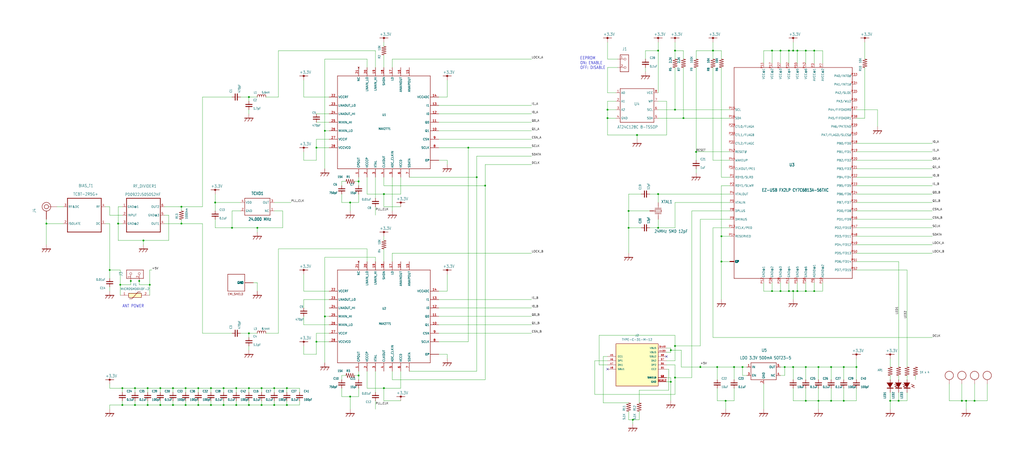
<source format=kicad_sch>
(kicad_sch (version 20230121) (generator eeschema)
  (paper "User" 616.534 270.459)
  (junction (at 90.17 171.45))
  (junction (at 406.4 66.04))
  (junction (at 515.62 220.98))
  (junction (at 134.62 243.84))
  (junction (at 396.24 30.48))
  (junction (at 66.04 162.56))
  (junction (at 469.9 30.48))
  (junction (at 142.24 243.84))
  (junction (at 287.02 106.68))
  (junction (at 508 220.98))
  (junction (at 403.86 229.87))
  (junction (at 464.82 175.26))
  (junction (at 119.38 243.84))
  (junction (at 281.94 88.9))
  (junction (at 485.14 30.48))
  (junction (at 231.14 233.68))
  (junction (at 581.66 241.3))
  (junction (at 109.22 134.62))
  (junction (at 190.5 205.74))
  (junction (at 403.86 210.82))
  (junction (at 434.34 157.48))
  (junction (at 172.72 233.68))
  (junction (at 492.76 220.98))
  (junction (at 411.48 71.12))
  (junction (at 383.54 81.28))
  (junction (at 127 243.84))
  (junction (at 406.4 208.28))
  (junction (at 485.14 220.98))
  (junction (at 81.28 243.84))
  (junction (at 396.24 137.16))
  (junction (at 500.38 241.3))
  (junction (at 586.74 241.3))
  (junction (at 81.28 233.68))
  (junction (at 149.86 58.42))
  (junction (at 96.52 233.68))
  (junction (at 441.96 220.98))
  (junction (at 474.98 175.26))
  (junction (at 508 241.3))
  (junction (at 365.76 71.12))
  (junction (at 396.24 116.84))
  (junction (at 436.88 241.3))
  (junction (at 165.1 243.84))
  (junction (at 139.7 137.16))
  (junction (at 477.52 220.98))
  (junction (at 134.62 233.68))
  (junction (at 73.66 233.68))
  (junction (at 469.9 175.26))
  (junction (at 190.5 88.9))
  (junction (at 447.04 220.98))
  (junction (at 195.58 190.5))
  (junction (at 378.46 127))
  (junction (at 492.76 241.3))
  (junction (at 109.22 124.46))
  (junction (at 431.8 220.98))
  (junction (at 215.9 109.22))
  (junction (at 406.4 30.48))
  (junction (at 365.76 66.04))
  (junction (at 421.64 220.98))
  (junction (at 472.44 220.98))
  (junction (at 157.48 233.68))
  (junction (at 111.76 243.84))
  (junction (at 119.38 233.68))
  (junction (at 104.14 233.68))
  (junction (at 129.54 121.92))
  (junction (at 579.12 241.3))
  (junction (at 104.14 243.84))
  (junction (at 419.1 91.44))
  (junction (at 474.98 30.48))
  (junction (at 292.1 111.76))
  (junction (at 406.4 227.33))
  (junction (at 195.58 78.74))
  (junction (at 477.52 175.26))
  (junction (at 490.22 175.26))
  (junction (at 210.82 121.92))
  (junction (at 96.52 243.84))
  (junction (at 78.74 169.164))
  (junction (at 490.22 30.48))
  (junction (at 149.86 233.68))
  (junction (at 485.14 241.3))
  (junction (at 464.82 30.48))
  (junction (at 142.24 233.68))
  (junction (at 71.12 134.62))
  (junction (at 429.26 30.48))
  (junction (at 83.82 169.164))
  (junction (at 154.94 137.16))
  (junction (at 477.52 30.48))
  (junction (at 72.39 171.45))
  (junction (at 480.06 30.48))
  (junction (at 231.14 116.84))
  (junction (at 27.94 134.62))
  (junction (at 215.9 226.06))
  (junction (at 480.06 175.26))
  (junction (at 127 233.68))
  (junction (at 111.76 233.68))
  (junction (at 381 252.73))
  (junction (at 88.9 233.68))
  (junction (at 434.34 142.24))
  (junction (at 541.02 241.3))
  (junction (at 378.46 137.16))
  (junction (at 165.1 233.68))
  (junction (at 73.66 243.84))
  (junction (at 172.72 243.84))
  (junction (at 149.86 200.66))
  (junction (at 86.36 144.78))
  (junction (at 210.82 238.76))
  (junction (at 88.9 243.84))
  (junction (at 149.86 243.84))
  (junction (at 535.94 241.3))
  (junction (at 485.14 175.26))
  (junction (at 500.38 220.98))
  (junction (at 157.48 243.84))
  (no_connect (at 365.76 222.25))
  (no_connect (at 401.32 214.63))
  (wire (pts (xy 190.5 83.82) (xy 190.5 88.9)))
  (wire (pts (xy 104.14 243.84) (xy 111.76 243.84)))
  (wire (pts (xy 73.66 241.3) (xy 73.66 243.84)))
  (wire (pts (xy 195.58 35.56) (xy 220.98 35.56)))
  (wire (pts (xy 236.22 228.6) (xy 292.1 228.6)))
  (wire (pts (xy 205.74 238.76) (xy 210.82 238.76)))
  (wire (pts (xy 474.98 38.1) (xy 474.98 30.48)))
  (wire (pts (xy 410.21 220.98) (xy 410.21 210.82)))
  (wire (pts (xy 269.24 96.52) (xy 269.24 99.06)))
  (wire (pts (xy 485.14 175.26) (xy 490.22 175.26)))
  (wire (pts (xy 182.88 175.26) (xy 182.88 165.1)))
  (wire (pts (xy 292.1 111.76) (xy 292.1 228.6)))
  (wire (pts (xy 71.12 144.78) (xy 71.12 134.62)))
  (wire (pts (xy 281.94 88.9) (xy 320.04 88.9)))
  (wire (pts (xy 86.36 144.78) (xy 71.12 144.78)))
  (wire (pts (xy 434.34 111.76) (xy 434.34 142.24)))
  (wire (pts (xy 198.12 88.9) (xy 190.5 88.9)))
  (wire (pts (xy 287.02 93.98) (xy 287.02 106.68)))
  (wire (pts (xy 403.86 210.82) (xy 403.86 212.09)))
  (wire (pts (xy 236.22 106.68) (xy 236.22 127)))
  (wire (pts (xy 81.28 236.22) (xy 81.28 233.68)))
  (wire (pts (xy 104.14 233.68) (xy 104.14 236.22)))
  (wire (pts (xy 119.38 243.84) (xy 111.76 243.84)))
  (wire (pts (xy 384.81 234.95) (xy 402.59 234.95)))
  (wire (pts (xy 384.81 247.65) (xy 384.81 252.73)))
  (wire (pts (xy 66.04 231.14) (xy 66.04 233.68)))
  (wire (pts (xy 63.5 124.46) (xy 66.04 124.46)))
  (wire (pts (xy 104.14 233.68) (xy 111.76 233.68)))
  (wire (pts (xy 515.62 116.84) (xy 561.34 116.84)))
  (wire (pts (xy 403.86 229.87) (xy 401.32 229.87)))
  (wire (pts (xy 231.14 111.76) (xy 292.1 111.76)))
  (wire (pts (xy 208.28 109.22) (xy 205.74 109.22)))
  (wire (pts (xy 396.24 116.84) (xy 439.42 116.84)))
  (wire (pts (xy 241.3 106.68) (xy 241.3 116.84)))
  (wire (pts (xy 403.86 229.87) (xy 403.86 241.3)))
  (wire (pts (xy 264.16 58.42) (xy 269.24 58.42)))
  (wire (pts (xy 139.7 127) (xy 139.7 137.16)))
  (wire (pts (xy 477.52 175.26) (xy 477.52 180.34)))
  (wire (pts (xy 469.9 220.98) (xy 472.44 220.98)))
  (wire (pts (xy 121.92 124.46) (xy 121.92 58.42)))
  (wire (pts (xy 515.62 152.4) (xy 561.34 152.4)))
  (wire (pts (xy 182.88 185.42) (xy 182.88 180.34)))
  (wire (pts (xy 88.9 236.22) (xy 88.9 233.68)))
  (wire (pts (xy 472.44 220.98) (xy 472.44 226.06)))
  (wire (pts (xy 142.24 233.68) (xy 149.86 233.68)))
  (wire (pts (xy 111.76 233.68) (xy 119.38 233.68)))
  (wire (pts (xy 165.1 233.68) (xy 165.1 236.22)))
  (wire (pts (xy 142.24 233.68) (xy 142.24 236.22)))
  (wire (pts (xy 190.5 205.74) (xy 190.5 213.36)))
  (wire (pts (xy 401.32 217.17) (xy 406.4 217.17)))
  (wire (pts (xy 406.4 219.71) (xy 406.4 227.33)))
  (wire (pts (xy 436.88 241.3) (xy 441.96 241.3)))
  (wire (pts (xy 365.76 217.17) (xy 358.14 217.17)))
  (wire (pts (xy 142.24 243.84) (xy 142.24 241.3)))
  (wire (pts (xy 172.72 233.68) (xy 180.34 233.68)))
  (wire (pts (xy 195.58 190.5) (xy 195.58 154.94)))
  (wire (pts (xy 81.28 243.84) (xy 73.66 243.84)))
  (wire (pts (xy 236.22 35.56) (xy 320.04 35.56)))
  (wire (pts (xy 231.14 233.68) (xy 220.98 233.68)))
  (wire (pts (xy 492.76 233.68) (xy 492.76 241.3)))
  (wire (pts (xy 485.14 38.1) (xy 485.14 30.48)))
  (wire (pts (xy 63.5 134.62) (xy 66.04 134.62)))
  (wire (pts (xy 241.3 116.84) (xy 231.14 116.84)))
  (wire (pts (xy 129.54 116.84) (xy 129.54 121.92)))
  (wire (pts (xy 439.42 106.68) (xy 434.34 106.68)))
  (wire (pts (xy 541.02 226.06) (xy 541.02 228.6)))
  (wire (pts (xy 90.17 177.8) (xy 90.17 171.45)))
  (wire (pts (xy 144.78 127) (xy 139.7 127)))
  (wire (pts (xy 213.36 109.22) (xy 215.9 109.22)))
  (wire (pts (xy 365.76 60.96) (xy 365.76 66.04)))
  (wire (pts (xy 515.62 101.6) (xy 561.34 101.6)))
  (wire (pts (xy 281.94 205.74) (xy 281.94 88.9)))
  (wire (pts (xy 195.58 154.94) (xy 226.06 154.94)))
  (wire (pts (xy 241.3 223.52) (xy 241.3 233.68)))
  (wire (pts (xy 508 220.98) (xy 515.62 220.98)))
  (wire (pts (xy 515.62 86.36) (xy 561.34 86.36)))
  (wire (pts (xy 546.1 162.56) (xy 546.1 220.98)))
  (wire (pts (xy 236.22 152.4) (xy 320.04 152.4)))
  (wire (pts (xy 142.24 243.84) (xy 149.86 243.84)))
  (wire (pts (xy 269.24 213.36) (xy 269.24 215.9)))
  (wire (pts (xy 515.62 91.44) (xy 561.34 91.44)))
  (wire (pts (xy 215.9 121.92) (xy 215.9 116.84)))
  (wire (pts (xy 66.04 233.68) (xy 73.66 233.68)))
  (wire (pts (xy 182.88 91.44) (xy 182.88 96.52)))
  (wire (pts (xy 402.59 234.95) (xy 402.59 222.25)))
  (wire (pts (xy 464.82 38.1) (xy 464.82 30.48)))
  (wire (pts (xy 474.98 175.26) (xy 477.52 175.26)))
  (wire (pts (xy 292.1 99.06) (xy 320.04 99.06)))
  (wire (pts (xy 401.32 60.96) (xy 396.24 60.96)))
  (wire (pts (xy 421.64 220.98) (xy 431.8 220.98)))
  (wire (pts (xy 485.14 233.68) (xy 485.14 241.3)))
  (wire (pts (xy 429.26 137.16) (xy 429.26 203.2)))
  (wire (pts (xy 365.76 71.12) (xy 365.76 81.28)))
  (wire (pts (xy 396.24 66.04) (xy 406.4 66.04)))
  (wire (pts (xy 109.22 124.46) (xy 109.22 127)))
  (wire (pts (xy 434.34 35.56) (xy 434.34 30.48)))
  (wire (pts (xy 78.74 171.45) (xy 72.39 171.45)))
  (wire (pts (xy 81.28 241.3) (xy 81.28 243.84)))
  (wire (pts (xy 236.22 157.48) (xy 236.22 152.4)))
  (wire (pts (xy 231.14 233.68) (xy 231.14 241.3)))
  (wire (pts (xy 226.06 124.46) (xy 226.06 129.54)))
  (wire (pts (xy 469.9 175.26) (xy 474.98 175.26)))
  (wire (pts (xy 264.16 96.52) (xy 269.24 96.52)))
  (wire (pts (xy 160.02 200.66) (xy 167.64 200.66)))
  (wire (pts (xy 139.7 137.16) (xy 154.94 137.16)))
  (wire (pts (xy 360.68 219.71) (xy 365.76 219.71)))
  (wire (pts (xy 434.34 106.68) (xy 434.34 40.64)))
  (wire (pts (xy 541.02 236.22) (xy 541.02 241.3)))
  (wire (pts (xy 66.04 134.62) (xy 66.04 162.56)))
  (wire (pts (xy 480.06 38.1) (xy 480.06 30.48)))
  (wire (pts (xy 96.52 233.68) (xy 96.52 236.22)))
  (wire (pts (xy 515.62 157.48) (xy 541.02 157.48)))
  (wire (pts (xy 73.66 134.62) (xy 71.12 134.62)))
  (wire (pts (xy 515.62 127) (xy 561.34 127)))
  (wire (pts (xy 220.98 106.68) (xy 220.98 116.84)))
  (wire (pts (xy 73.66 243.84) (xy 66.04 243.84)))
  (wire (pts (xy 149.86 208.28) (xy 149.86 210.82)))
  (wire (pts (xy 371.856 40.64) (xy 365.76 40.64)))
  (wire (pts (xy 264.16 190.5) (xy 320.04 190.5)))
  (wire (pts (xy 73.66 233.68) (xy 81.28 233.68)))
  (wire (pts (xy 416.56 127) (xy 416.56 227.33)))
  (wire (pts (xy 490.22 170.18) (xy 490.22 175.26)))
  (wire (pts (xy 215.9 226.06) (xy 215.9 228.6)))
  (wire (pts (xy 381 252.73) (xy 381 255.27)))
  (wire (pts (xy 403.86 212.09) (xy 401.32 212.09)))
  (wire (pts (xy 421.64 219.71) (xy 421.64 220.98)))
  (wire (pts (xy 190.5 200.66) (xy 190.5 205.74)))
  (wire (pts (xy 111.76 236.22) (xy 111.76 233.68)))
  (wire (pts (xy 365.76 214.63) (xy 363.22 214.63)))
  (wire (pts (xy 492.76 220.98) (xy 500.38 220.98)))
  (wire (pts (xy 195.58 190.5) (xy 195.58 218.44)))
  (wire (pts (xy 365.76 81.28) (xy 383.54 81.28)))
  (wire (pts (xy 358.14 217.17) (xy 358.14 237.49)))
  (wire (pts (xy 515.62 121.92) (xy 561.34 121.92)))
  (wire (pts (xy 515.62 137.16) (xy 561.34 137.16)))
  (wire (pts (xy 99.06 124.46) (xy 109.22 124.46)))
  (wire (pts (xy 388.62 40.64) (xy 388.62 43.18)))
  (wire (pts (xy 459.74 231.14) (xy 459.74 246.38)))
  (wire (pts (xy 515.62 71.12) (xy 520.7 71.12)))
  (wire (pts (xy 421.64 132.08) (xy 421.64 208.28)))
  (wire (pts (xy 231.14 116.84) (xy 231.14 124.46)))
  (wire (pts (xy 149.86 200.66) (xy 149.86 203.2)))
  (wire (pts (xy 96.52 233.68) (xy 104.14 233.68)))
  (wire (pts (xy 579.12 241.3) (xy 579.12 231.14)))
  (wire (pts (xy 109.22 124.46) (xy 121.92 124.46)))
  (wire (pts (xy 535.94 241.3) (xy 541.02 241.3)))
  (wire (pts (xy 439.42 137.16) (xy 429.26 137.16)))
  (wire (pts (xy 541.02 241.3) (xy 546.1 241.3)))
  (wire (pts (xy 241.3 233.68) (xy 231.14 233.68)))
  (wire (pts (xy 429.26 203.2) (xy 561.34 203.2)))
  (wire (pts (xy 449.58 226.06) (xy 447.04 226.06)))
  (wire (pts (xy 477.52 175.26) (xy 480.06 175.26)))
  (wire (pts (xy 419.1 104.14) (xy 419.1 101.6)))
  (wire (pts (xy 99.06 134.62) (xy 109.22 134.62)))
  (wire (pts (xy 213.36 226.06) (xy 215.9 226.06)))
  (wire (pts (xy 515.62 66.04) (xy 528.32 66.04)))
  (wire (pts (xy 71.12 124.46) (xy 73.66 124.46)))
  (wire (pts (xy 119.38 236.22) (xy 119.38 233.68)))
  (wire (pts (xy 81.28 233.68) (xy 88.9 233.68)))
  (wire (pts (xy 215.9 223.52) (xy 215.9 226.06)))
  (wire (pts (xy 370.84 55.88) (xy 365.76 55.88)))
  (wire (pts (xy 172.72 243.84) (xy 180.34 243.84)))
  (wire (pts (xy 269.24 58.42) (xy 269.24 48.26)))
  (wire (pts (xy 165.1 233.68) (xy 172.72 233.68)))
  (wire (pts (xy 391.16 127) (xy 378.46 127)))
  (wire (pts (xy 528.32 66.04) (xy 528.32 76.2)))
  (wire (pts (xy 27.94 132.08) (xy 27.94 134.62)))
  (wire (pts (xy 96.52 243.84) (xy 88.9 243.84)))
  (wire (pts (xy 406.4 217.17) (xy 406.4 208.28)))
  (wire (pts (xy 378.46 247.65) (xy 378.46 252.73)))
  (wire (pts (xy 378.46 252.73) (xy 381 252.73)))
  (wire (pts (xy 515.62 142.24) (xy 561.34 142.24)))
  (wire (pts (xy 464.82 30.48) (xy 469.9 30.48)))
  (wire (pts (xy 190.5 88.9) (xy 190.5 96.52)))
  (wire (pts (xy 402.59 222.25) (xy 401.32 222.25)))
  (wire (pts (xy 154.94 137.16) (xy 154.94 139.7)))
  (wire (pts (xy 411.48 71.12) (xy 439.42 71.12)))
  (wire (pts (xy 269.24 175.26) (xy 269.24 165.1)))
  (wire (pts (xy 157.48 243.84) (xy 165.1 243.84)))
  (wire (pts (xy 101.6 144.78) (xy 86.36 144.78)))
  (wire (pts (xy 363.22 214.63) (xy 363.22 242.57)))
  (wire (pts (xy 370.84 71.12) (xy 365.76 71.12)))
  (wire (pts (xy 515.62 111.76) (xy 561.34 111.76)))
  (wire (pts (xy 198.12 58.42) (xy 182.88 58.42)))
  (wire (pts (xy 490.22 175.26) (xy 495.3 175.26)))
  (wire (pts (xy 149.86 243.84) (xy 149.86 241.3)))
  (wire (pts (xy 121.92 134.62) (xy 121.92 200.66)))
  (wire (pts (xy 210.82 121.92) (xy 215.9 121.92)))
  (wire (pts (xy 96.52 243.84) (xy 104.14 243.84)))
  (wire (pts (xy 419.1 91.44) (xy 439.42 91.44)))
  (wire (pts (xy 581.66 241.3) (xy 586.74 241.3)))
  (wire (pts (xy 129.54 121.92) (xy 129.54 127)))
  (wire (pts (xy 236.22 223.52) (xy 236.22 228.6)))
  (wire (pts (xy 365.76 66.04) (xy 365.76 71.12)))
  (wire (pts (xy 167.64 149.86) (xy 220.98 149.86)))
  (wire (pts (xy 434.34 111.76) (xy 439.42 111.76)))
  (wire (pts (xy 182.88 213.36) (xy 190.5 213.36)))
  (wire (pts (xy 492.76 220.98) (xy 492.76 228.6)))
  (wire (pts (xy 109.22 134.62) (xy 121.92 134.62)))
  (wire (pts (xy 485.14 220.98) (xy 492.76 220.98)))
  (wire (pts (xy 365.76 25.4) (xy 365.76 35.56)))
  (wire (pts (xy 464.82 175.26) (xy 469.9 175.26)))
  (wire (pts (xy 149.86 233.68) (xy 149.86 236.22)))
  (wire (pts (xy 447.04 220.98) (xy 449.58 220.98)))
  (wire (pts (xy 551.18 226.06) (xy 551.18 228.6)))
  (wire (pts (xy 182.88 208.28) (xy 182.88 213.36)))
  (wire (pts (xy 167.64 200.66) (xy 167.64 149.86)))
  (wire (pts (xy 388.62 35.56) (xy 388.62 30.48)))
  (wire (pts (xy 226.06 223.52) (xy 226.06 236.22)))
  (wire (pts (xy 172.72 243.84) (xy 172.72 241.3)))
  (wire (pts (xy 198.12 195.58) (xy 182.88 195.58)))
  (wire (pts (xy 363.22 242.57) (xy 378.46 242.57)))
  (wire (pts (xy 535.94 241.3) (xy 535.94 246.38)))
  (wire (pts (xy 508 241.3) (xy 508 233.68)))
  (wire (pts (xy 149.86 66.04) (xy 149.86 68.58)))
  (wire (pts (xy 480.06 170.18) (xy 480.06 175.26)))
  (wire (pts (xy 365.76 35.56) (xy 371.856 35.56)))
  (wire (pts (xy 439.42 157.48) (xy 434.34 157.48)))
  (wire (pts (xy 406.4 201.93) (xy 360.68 201.93)))
  (wire (pts (xy 154.94 170.18) (xy 154.94 175.26)))
  (wire (pts (xy 210.82 238.76) (xy 215.9 238.76)))
  (wire (pts (xy 396.24 30.48) (xy 396.24 55.88)))
  (wire (pts (xy 264.16 88.9) (xy 281.94 88.9)))
  (wire (pts (xy 495.3 30.48) (xy 495.3 38.1)))
  (wire (pts (xy 215.9 109.22) (xy 215.9 111.76)))
  (wire (pts (xy 264.16 200.66) (xy 320.04 200.66)))
  (wire (pts (xy 157.48 243.84) (xy 157.48 241.3)))
  (wire (pts (xy 411.48 30.48) (xy 411.48 35.56)))
  (wire (pts (xy 205.74 109.22) (xy 205.74 111.76)))
  (wire (pts (xy 459.74 170.18) (xy 459.74 175.26)))
  (wire (pts (xy 396.24 25.4) (xy 396.24 30.48)))
  (wire (pts (xy 365.76 40.64) (xy 365.76 55.88)))
  (wire (pts (xy 500.38 220.98) (xy 508 220.98)))
  (wire (pts (xy 474.98 170.18) (xy 474.98 175.26)))
  (wire (pts (xy 370.84 60.96) (xy 365.76 60.96)))
  (wire (pts (xy 195.58 101.6) (xy 195.58 78.74)))
  (wire (pts (xy 396.24 132.08) (xy 396.24 137.16)))
  (wire (pts (xy 492.76 241.3) (xy 492.76 246.38)))
  (wire (pts (xy 535.94 220.98) (xy 535.94 215.9)))
  (wire (pts (xy 127 243.84) (xy 134.62 243.84)))
  (wire (pts (xy 421.64 208.28) (xy 406.4 208.28)))
  (wire (pts (xy 220.98 35.56) (xy 220.98 40.64)))
  (wire (pts (xy 220.98 223.52) (xy 220.98 233.68)))
  (wire (pts (xy 38.1 134.62) (xy 27.94 134.62)))
  (wire (pts (xy 474.98 30.48) (xy 477.52 30.48)))
  (wire (pts (xy 167.64 30.48) (xy 226.06 30.48)))
  (wire (pts (xy 73.66 236.22) (xy 73.66 233.68)))
  (wire (pts (xy 477.52 241.3) (xy 485.14 241.3)))
  (wire (pts (xy 264.16 185.42) (xy 320.04 185.42)))
  (wire (pts (xy 149.86 58.42) (xy 154.94 58.42)))
  (wire (pts (xy 287.02 93.98) (xy 320.04 93.98)))
  (wire (pts (xy 485.14 30.48) (xy 490.22 30.48)))
  (wire (pts (xy 508 228.6) (xy 508 220.98)))
  (wire (pts (xy 198.12 200.66) (xy 190.5 200.66)))
  (wire (pts (xy 144.78 121.92) (xy 129.54 121.92)))
  (wire (pts (xy 119.38 241.3) (xy 119.38 243.84)))
  (wire (pts (xy 378.46 116.84) (xy 378.46 127)))
  (wire (pts (xy 210.82 121.92) (xy 210.82 127)))
  (wire (pts (xy 441.96 220.98) (xy 441.96 228.6)))
  (wire (pts (xy 492.76 241.3) (xy 500.38 241.3)))
  (wire (pts (xy 226.06 106.68) (xy 226.06 119.38)))
  (wire (pts (xy 391.16 137.16) (xy 396.24 137.16)))
  (wire (pts (xy 231.14 33.02) (xy 231.14 40.64)))
  (wire (pts (xy 360.68 201.93) (xy 360.68 219.71)))
  (wire (pts (xy 226.06 241.3) (xy 226.06 246.38)))
  (wire (pts (xy 406.4 219.71) (xy 401.32 219.71)))
  (wire (pts (xy 86.36 144.78) (xy 86.36 147.32)))
  (wire (pts (xy 182.88 58.42) (xy 182.88 48.26)))
  (wire (pts (xy 469.9 38.1) (xy 469.9 30.48)))
  (wire (pts (xy 246.38 223.52) (xy 287.02 223.52)))
  (wire (pts (xy 515.62 147.32) (xy 561.34 147.32)))
  (wire (pts (xy 406.4 137.16) (xy 396.24 137.16)))
  (wire (pts (xy 541.02 157.48) (xy 541.02 220.98)))
  (wire (pts (xy 172.72 233.68) (xy 172.72 236.22)))
  (wire (pts (xy 480.06 175.26) (xy 485.14 175.26)))
  (wire (pts (xy 198.12 83.82) (xy 190.5 83.82)))
  (wire (pts (xy 72.39 177.8) (xy 72.39 171.45)))
  (wire (pts (xy 439.42 121.92) (xy 406.4 121.92)))
  (wire (pts (xy 378.46 127) (xy 378.46 137.16)))
  (wire (pts (xy 396.24 71.12) (xy 411.48 71.12)))
  (wire (pts (xy 226.06 30.48) (xy 226.06 40.64)))
  (wire (pts (xy 500.38 241.3) (xy 508 241.3)))
  (wire (pts (xy 439.42 127) (xy 416.56 127)))
  (wire (pts (xy 210.82 238.76) (xy 210.82 246.38)))
  (wire (pts (xy 386.08 137.16) (xy 378.46 137.16)))
  (wire (pts (xy 419.1 40.64) (xy 419.1 91.44)))
  (wire (pts (xy 477.52 25.4) (xy 477.52 30.48)))
  (wire (pts (xy 205.74 116.84) (xy 205.74 121.92)))
  (wire (pts (xy 198.12 73.66) (xy 190.5 73.66)))
  (wire (pts (xy 264.16 73.66) (xy 320.04 73.66)))
  (wire (pts (xy 469.9 30.48) (xy 474.98 30.48)))
  (wire (pts (xy 231.14 142.24) (xy 231.14 144.78)))
  (wire (pts (xy 205.74 233.68) (xy 205.74 238.76)))
  (wire (pts (xy 195.58 78.74) (xy 198.12 78.74)))
  (wire (pts (xy 104.14 243.84) (xy 104.14 241.3)))
  (wire (pts (xy 215.9 238.76) (xy 215.9 233.68)))
  (wire (pts (xy 134.62 243.84) (xy 134.62 241.3)))
  (wire (pts (xy 88.9 241.3) (xy 88.9 243.84)))
  (wire (pts (xy 406.4 40.64) (xy 406.4 66.04)))
  (wire (pts (xy 264.16 205.74) (xy 281.94 205.74)))
  (wire (pts (xy 500.38 220.98) (xy 500.38 228.6)))
  (wire (pts (xy 406.4 35.56) (xy 406.4 30.48)))
  (wire (pts (xy 477.52 30.48) (xy 480.06 30.48)))
  (wire (pts (xy 160.02 58.42) (xy 167.64 58.42)))
  (wire (pts (xy 264.16 83.82) (xy 320.04 83.82)))
  (wire (pts (xy 236.22 40.64) (xy 236.22 35.56)))
  (wire (pts (xy 99.06 129.54) (xy 101.6 129.54)))
  (wire (pts (xy 182.88 180.34) (xy 198.12 180.34)))
  (wire (pts (xy 231.14 149.86) (xy 231.14 157.48)))
  (wire (pts (xy 34.29 124.46) (xy 38.1 124.46)))
  (wire (pts (xy 535.94 236.22) (xy 535.94 241.3)))
  (wire (pts (xy 429.26 96.52) (xy 439.42 96.52)))
  (wire (pts (xy 571.5 241.3) (xy 571.5 231.14)))
  (wire (pts (xy 88.9 243.84) (xy 81.28 243.84)))
  (wire (pts (xy 231.14 25.4) (xy 231.14 27.94)))
  (wire (pts (xy 429.26 25.4) (xy 429.26 30.48)))
  (wire (pts (xy 90.17 162.56) (xy 91.44 162.56)))
  (wire (pts (xy 182.88 195.58) (xy 182.88 190.5)))
  (wire (pts (xy 226.06 154.94) (xy 226.06 157.48)))
  (wire (pts (xy 231.14 124.46) (xy 241.3 124.46)))
  (wire (pts (xy 520.7 35.56) (xy 520.7 25.4)))
  (wire (pts (xy 198.12 190.5) (xy 195.58 190.5)))
  (wire (pts (xy 495.3 175.26) (xy 495.3 170.18)))
  (wire (pts (xy 515.62 132.08) (xy 561.34 132.08)))
  (wire (pts (xy 581.66 241.3) (xy 581.66 246.38)))
  (wire (pts (xy 127 233.68) (xy 127 236.22)))
  (wire (pts (xy 121.92 200.66) (xy 139.7 200.66)))
  (wire (pts (xy 220.98 149.86) (xy 220.98 157.48)))
  (wire (pts (xy 419.1 30.48) (xy 419.1 35.56)))
  (wire (pts (xy 546.1 236.22) (xy 546.1 241.3)))
  (wire (pts (xy 205.74 226.06) (xy 205.74 228.6)))
  (wire (pts (xy 157.48 233.68) (xy 157.48 236.22)))
  (wire (pts (xy 144.78 58.42) (xy 149.86 58.42)))
  (wire (pts (xy 119.38 233.68) (xy 127 233.68)))
  (wire (pts (xy 477.52 233.68) (xy 477.52 241.3)))
  (wire (pts (xy 246.38 106.68) (xy 287.02 106.68)))
  (wire (pts (xy 515.62 162.56) (xy 546.1 162.56)))
  (wire (pts (xy 182.88 96.52) (xy 190.5 96.52)))
  (wire (pts (xy 469.9 170.18) (xy 469.9 175.26)))
  (wire (pts (xy 459.74 38.1) (xy 459.74 30.48)))
  (wire (pts (xy 180.34 243.84) (xy 180.34 241.3)))
  (wire (pts (xy 127 233.68) (xy 134.62 233.68)))
  (wire (pts (xy 127 241.3) (xy 127 243.84)))
  (wire (pts (xy 129.54 137.16) (xy 129.54 132.08)))
  (wire (pts (xy 208.28 226.06) (xy 205.74 226.06)))
  (wire (pts (xy 149.86 233.68) (xy 157.48 233.68)))
  (wire (pts (xy 111.76 241.3) (xy 111.76 243.84)))
  (wire (pts (xy 406.4 208.28) (xy 406.4 201.93)))
  (wire (pts (xy 386.08 116.84) (xy 378.46 116.84)))
  (wire (pts (xy 264.16 63.5) (xy 320.04 63.5)))
  (wire (pts (xy 439.42 142.24) (xy 434.34 142.24)))
  (wire (pts (xy 384.81 252.73) (xy 381 252.73)))
  (wire (pts (xy 66.04 243.84) (xy 66.04 246.38)))
  (wire (pts (xy 406.4 121.92) (xy 406.4 137.16)))
  (wire (pts (xy 406.4 30.48) (xy 411.48 30.48)))
  (wire (pts (xy 500.38 233.68) (xy 500.38 241.3)))
  (wire (pts (xy 485.14 170.18) (xy 485.14 175.26)))
  (wire (pts (xy 515.62 96.52) (xy 561.34 96.52)))
  (wire (pts (xy 406.4 30.48) (xy 406.4 25.4)))
  (wire (pts (xy 66.04 129.54) (xy 73.66 129.54)))
  (wire (pts (xy 429.26 30.48) (xy 419.1 30.48)))
  (wire (pts (xy 134.62 233.68) (xy 142.24 233.68)))
  (wire (pts (xy 441.96 220.98) (xy 447.04 220.98)))
  (wire (pts (xy 515.62 241.3) (xy 515.62 233.68)))
  (wire (pts (xy 127 243.84) (xy 119.38 243.84)))
  (wire (pts (xy 515.62 220.98) (xy 515.62 215.9)))
  (wire (pts (xy 490.22 38.1) (xy 490.22 30.48)))
  (wire (pts (xy 170.18 127) (xy 165.1 127)))
  (wire (pts (xy 515.62 106.68) (xy 561.34 106.68)))
  (wire (pts (xy 198.12 175.26) (xy 182.88 175.26)))
  (wire (pts (xy 149.86 58.42) (xy 149.86 60.96)))
  (wire (pts (xy 78.74 168.91) (xy 78.74 169.164)))
  (wire (pts (xy 109.22 132.08) (xy 109.22 134.62)))
  (wire (pts (xy 378.46 137.16) (xy 378.46 152.4)))
  (wire (pts (xy 406.4 227.33) (xy 406.4 237.49)))
  (wire (pts (xy 431.8 220.98) (xy 431.8 228.6)))
  (wire (pts (xy 485.14 220.98) (xy 485.14 228.6)))
  (wire (pts (xy 165.1 243.84) (xy 165.1 241.3)))
  (wire (pts (xy 149.86 243.84) (xy 157.48 243.84)))
  (wire (pts (xy 410.21 210.82) (xy 403.86 210.82)))
  (wire (pts (xy 264.16 175.26) (xy 269.24 175.26)))
  (wire (pts (xy 431.8 220.98) (xy 441.96 220.98)))
  (wire (pts (xy 198.12 68.58) (xy 190.5 68.58)))
  (wire (pts (xy 480.06 30.48) (xy 485.14 30.48)))
  (wire (pts (xy 66.04 162.56) (xy 66.04 167.64)))
  (wire (pts (xy 431.8 233.68) (xy 431.8 241.3)))
  (wire (pts (xy 546.1 226.06) (xy 546.1 228.6)))
  (wire (pts (xy 464.82 170.18) (xy 464.82 175.26)))
  (wire (pts (xy 83.82 171.45) (xy 90.17 171.45)))
  (wire (pts (xy 264.16 78.74) (xy 320.04 78.74)))
  (wire (pts (xy 472.44 220.98) (xy 477.52 220.98)))
  (wire (pts (xy 180.34 233.68) (xy 180.34 236.22)))
  (wire (pts (xy 72.39 171.45) (xy 72.39 162.56)))
  (wire (pts (xy 231.14 106.68) (xy 231.14 111.76)))
  (wire (pts (xy 198.12 205.74) (xy 190.5 205.74)))
  (wire (pts (xy 508 241.3) (xy 515.62 241.3)))
  (wire (pts (xy 287.02 106.68) (xy 287.02 223.52)))
  (wire (pts (xy 231.14 241.3) (xy 241.3 241.3)))
  (wire (pts (xy 434.34 142.24) (xy 434.34 157.48)))
  (wire (pts (xy 410.21 220.98) (xy 421.64 220.98)))
  (wire (pts (xy 396.24 116.84) (xy 391.16 116.84)))
  (wire (pts (xy 477.52 220.98) (xy 485.14 220.98)))
  (wire (pts (xy 439.42 132.08) (xy 421.64 132.08)))
  (wire (pts (xy 396.24 121.92) (xy 396.24 116.84)))
  (wire (pts (xy 264.16 195.58) (xy 320.04 195.58)))
  (wire (pts (xy 434.34 157.48) (xy 434.34 180.34)))
  (wire (pts (xy 170.18 137.16) (xy 170.18 127)))
  (wire (pts (xy 520.7 40.64) (xy 520.7 71.12)))
  (wire (pts (xy 144.78 200.66) (xy 149.86 200.66)))
  (wire (pts (xy 88.9 233.68) (xy 96.52 233.68)))
  (wire (pts (xy 72.39 162.56) (xy 66.04 162.56)))
  (wire (pts (xy 388.62 30.48) (xy 396.24 30.48)))
  (wire (pts (xy 78.74 169.164) (xy 78.74 171.45)))
  (wire (pts (xy 469.9 226.06) (xy 472.44 226.06)))
  (wire (pts (xy 401.32 60.96) (xy 401.32 81.28)))
  (wire (pts (xy 485.14 241.3) (xy 492.76 241.3)))
  (wire (pts (xy 83.82 168.91) (xy 83.82 169.164)))
  (wire (pts (xy 231.14 116.84) (xy 220.98 116.84)))
  (wire (pts (xy 406.4 66.04) (xy 439.42 66.04)))
  (wire (pts (xy 149.86 200.66) (xy 154.94 200.66)))
  (wire (pts (xy 586.74 241.3) (xy 594.36 241.3)))
  (wire (pts (xy 411.48 40.64) (xy 411.48 71.12)))
  (wire (pts (xy 436.88 241.3) (xy 436.88 246.38)))
  (wire (pts (xy 586.74 241.3) (xy 586.74 231.14)))
  (wire (pts (xy 441.96 241.3) (xy 441.96 233.68)))
  (wire (pts (xy 66.04 172.72) (xy 66.04 175.26)))
  (wire (pts (xy 101.6 129.54) (xy 101.6 144.78)))
  (wire (pts (xy 264.16 68.58) (xy 320.04 68.58)))
  (wire (pts (xy 165.1 121.92) (xy 175.26 121.92)))
  (wire (pts (xy 383.54 81.28) (xy 383.54 83.82)))
  (wire (pts (xy 429.26 40.64) (xy 429.26 96.52)))
  (wire (pts (xy 96.52 241.3) (xy 96.52 243.84)))
  (wire (pts (xy 447.04 226.06) (xy 447.04 220.98)))
  (wire (pts (xy 215.9 106.68) (xy 215.9 109.22)))
  (wire (pts (xy 152.4 170.18) (xy 154.94 170.18)))
  (wire (pts (xy 416.56 227.33) (xy 406.4 227.33)))
  (wire (pts (xy 459.74 175.26) (xy 464.82 175.26)))
  (wire (pts (xy 429.26 30.48) (xy 434.34 30.48)))
  (wire (pts (xy 419.1 96.52) (xy 419.1 91.44)))
  (wire (pts (xy 515.62 228.6) (xy 515.62 220.98)))
  (wire (pts (xy 490.22 30.48) (xy 495.3 30.48)))
  (wire (pts (xy 139.7 58.42) (xy 121.92 58.42)))
  (wire (pts (xy 401.32 227.33) (xy 403.86 227.33)))
  (wire (pts (xy 292.1 111.76) (xy 292.1 99.06)))
  (wire (pts (xy 579.12 241.3) (xy 581.66 241.3)))
  (wire (pts (xy 134.62 233.68) (xy 134.62 236.22)))
  (wire (pts (xy 83.82 169.164) (xy 83.82 171.45)))
  (wire (pts (xy 535.94 226.06) (xy 535.94 228.6)))
  (wire (pts (xy 66.04 124.46) (xy 66.04 129.54)))
  (wire (pts (xy 165.1 243.84) (xy 172.72 243.84)))
  (wire (pts (xy 139.7 137.16) (xy 129.54 137.16)))
  (wire (pts (xy 157.48 233.68) (xy 165.1 233.68)))
  (wire (pts (xy 477.52 220.98) (xy 477.52 228.6)))
  (wire (pts (xy 431.8 241.3) (xy 436.88 241.3)))
  (wire (pts (xy 594.36 241.3) (xy 594.36 231.14)))
  (wire (pts (xy 167.64 58.42) (xy 167.64 30.48)))
  (wire (pts (xy 205.74 121.92) (xy 210.82 121.92)))
  (wire (pts (xy 90.17 171.45) (xy 90.17 162.56)))
  (wire (pts (xy 195.58 78.74) (xy 195.58 35.56)))
  (wire (pts (xy 358.14 237.49) (xy 406.4 237.49)))
  (wire (pts (xy 154.94 137.16) (xy 170.18 137.16)))
  (wire (pts (xy 401.32 81.28) (xy 383.54 81.28)))
  (wire (pts (xy 384.81 242.57) (xy 384.81 234.95)))
  (wire (pts (xy 134.62 243.84) (xy 142.24 243.84)))
  (wire (pts (xy 264.16 213.36) (xy 269.24 213.36)))
  (wire (pts (xy 429.26 30.48) (xy 429.26 35.56)))
  (wire (pts (xy 571.5 241.3) (xy 579.12 241.3)))
  (wire (pts (xy 459.74 30.48) (xy 464.82 30.48)))
  (wire (pts (xy 264.16 180.34) (xy 320.04 180.34)))
  (wire (pts (xy 71.12 134.62) (xy 71.12 124.46)))
  (wire (pts (xy 403.86 227.33) (xy 403.86 229.87)))
  (wire (pts (xy 370.84 66.04) (xy 365.76 66.04)))
  (wire (pts (xy 27.94 134.62) (xy 27.94 147.32)))
  (wire (pts (xy 401.32 209.55) (xy 403.86 209.55)))
  (wire (pts (xy 403.86 209.55) (xy 403.86 210.82)))
  (text "ANT POWER" (at 73.66 185.42 0) (effects (font (size 1.778 1.5113)) (justify left bottom)))
  (text "EEPROM\nON: ENABLE\nOFF: DISABLE" (at 349.25 41.91 0) (effects (font (size 1.778 1.5113)) (justify left bottom)))
  (label "PLL_CLK" (at 175.26 121.92 0) (effects (font (size 1.2446 1.2446))))
  (label "SCLK" (at 320.04 88.9 0) (effects (font (size 1.2446 1.2446))))
  (label "Q0_A" (at 320.04 73.66 0) (effects (font (size 1.2446 1.2446))))
  (label "I1_A" (at 320.04 63.5 0) (effects (font (size 1.2446 1.2446))))
  (label "LOCK_A" (at 561.34 147.32 0) (effects (font (size 1.2446 1.2446))))
  (label "I0_A" (at 561.34 86.36 0) (effects (font (size 1.2446 1.2446))))
  (label "+5V" (at 421.64 219.71 0) (effects (font (size 1.2446 1.2446))))
  (label "DCLK" (at 320.04 99.06 0) (effects (font (size 1.2446 1.2446))))
  (label "LOCK_A" (at 320.04 35.56 0) (effects (font (size 1.2446 1.2446))))
  (label "SDATA" (at 320.04 93.98 0) (effects (font (size 1.2446 1.2446))))
  (label "I0_B" (at 561.34 106.68 0) (effects (font (size 1.2446 1.2446))))
  (label "RESET" (at 419.1 91.44 0) (effects (font (size 1.2446 1.2446))))
  (label "LED2" (at 546.1 191.77 90) (effects (font (size 1.2446 1.2446))))
  (label "Q0_A" (at 561.34 96.52 0) (effects (font (size 1.2446 1.2446))))
  (label "LOCK_B" (at 561.34 152.4 0) (effects (font (size 1.2446 1.2446))))
  (label "CSN_B" (at 320.04 200.66 0) (effects (font (size 1.2446 1.2446))))
  (label "I1_B" (at 320.04 180.34 0) (effects (font (size 1.2446 1.2446))))
  (label "Q1_B" (at 320.04 195.58 0) (effects (font (size 1.2446 1.2446))))
  (label "Q0_B" (at 320.04 190.5 0) (effects (font (size 1.2446 1.2446))))
  (label "Q1_A" (at 561.34 101.6 0) (effects (font (size 1.2446 1.2446))))
  (label "LED1" (at 541.02 189.23 90) (effects (font (size 1.2446 1.2446))))
  (label "I1_A" (at 561.34 91.44 0) (effects (font (size 1.2446 1.2446))))
  (label "CSN_A" (at 561.34 127 0) (effects (font (size 1.2446 1.2446))))
  (label "Q0_B" (at 561.34 116.84 0) (effects (font (size 1.2446 1.2446))))
  (label "PLL_CLK" (at 226.06 127 0) (effects (font (size 1.2446 1.2446))))
  (label "SDATA" (at 561.34 142.24 0) (effects (font (size 1.2446 1.2446))))
  (label "Q1_B" (at 561.34 121.92 0) (effects (font (size 1.2446 1.2446))))
  (label "DCLK" (at 561.34 203.2 0) (effects (font (size 1.2446 1.2446))))
  (label "I0_B" (at 320.04 185.42 0) (effects (font (size 1.2446 1.2446))))
  (label "CSN_A" (at 320.04 83.82 0) (effects (font (size 1.2446 1.2446))))
  (label "I0_A" (at 320.04 68.58 0) (effects (font (size 1.2446 1.2446))))
  (label "SCLK" (at 561.34 137.16 0) (effects (font (size 1.2446 1.2446))))
  (label "+5V" (at 91.44 162.56 0) (effects (font (size 1.2446 1.2446))))
  (label "Q1_A" (at 320.04 78.74 0) (effects (font (size 1.2446 1.2446))))
  (label "I1_B" (at 561.34 111.76 0) (effects (font (size 1.2446 1.2446))))
  (label "PLL_CLK" (at 226.06 243.84 0) (effects (font (size 1.2446 1.2446))))
  (label "CSN_B" (at 561.34 132.08 0) (effects (font (size 1.2446 1.2446))))
  (label "LOCK_B" (at 320.04 152.4 0) (effects (font (size 1.2446 1.2446))))
  (symbol (lib_id "pocket_sdr_v2.1-eagle-import:R1005") (at 520.7 38.1 90) (unit 1)
    (property "Reference" "R10" (at 518.668 42.926 0) (effects (font (size 1.27 1.0795)) (justify left bottom)))
    (property "Value" "10K" (at 518.668 38.1 0) (effects (font (size 1.27 1.0795)) (justify left bottom)))
    (property "Footprint" "pocket_sdr_v2.1:C1005" (effects hide))
  )
  (symbol (lib_id "pocket_sdr_v2.1-eagle-import:L1608") (at 157.48 58.42 0) (unit 1)
    (property "Reference" "L1" (at 152.654 56.388 0) (effects (font (size 1.27 1.0795)) (justify left bottom)))
    (property "Value" "5.6nH" (at 157.48 56.388 0) (effects (font (size 1.27 1.0795)) (justify left bottom)))
    (property "Footprint" "pocket_sdr_v2.1:C1608" (effects hide))
  )
  (symbol (lib_id "pocket_sdr_v2.1-eagle-import:C1005") (at 119.38 238.76 0) (unit 1)
    (property "Reference" "C32" (at 121.92 236.22 0) (effects (font (size 1.27 1.0795)) (justify left bottom)))
    (property "Value" "100pF" (at 121.92 241.3 0) (effects (font (size 1.27 1.0795)) (justify left bottom)))
    (property "Footprint" "pocket_sdr_v2.1:C1005" (effects hide))
  )
  (symbol (lib_id "pocket_sdr_v2.1-eagle-import:C1005") (at 388.62 116.84 90) (unit 1)
    (property "Reference" "C19" (at 386.08 114.3 0) (effects (font (size 1.27 1.0795)) (justify left bottom)))
    (property "Value" "12pF" (at 391.16 114.3 0) (effects (font (size 1.27 1.0795)) (justify left bottom)))
    (property "Footprint" "pocket_sdr_v2.1:C1005" (effects hide))
  )
  (symbol (lib_id "pocket_sdr_v2.1-eagle-import:C1005") (at 205.74 114.3 0) (unit 1)
    (property "Reference" "C6" (at 200.66 111.76 0) (effects (font (size 1.27 1.0795)) (justify left bottom)))
    (property "Value" "750pF" (at 198.12 116.84 0) (effects (font (size 1.27 1.0795)) (justify left bottom)))
    (property "Footprint" "pocket_sdr_v2.1:C1005" (effects hide))
  )
  (symbol (lib_id "pocket_sdr_v2.1-eagle-import:C1005") (at 215.9 114.3 0) (unit 1)
    (property "Reference" "C7" (at 210.82 111.76 0) (effects (font (size 1.27 1.0795)) (justify left bottom)))
    (property "Value" "15pF" (at 210.82 116.84 0) (effects (font (size 1.27 1.0795)) (justify left bottom)))
    (property "Footprint" "pocket_sdr_v2.1:C1005" (effects hide))
  )
  (symbol (lib_id "pocket_sdr_v2.1-eagle-import:PINH_2MM_2P") (at 81.28 165.1 90) (unit 1)
    (property "Reference" "J3" (at 73.66 166.37 0) (effects (font (size 1.778 1.5113)) (justify left bottom)))
    (property "Value" "PIN HEADER 2MM 2P" (effects hide))
    (property "Footprint" "pocket_sdr_v2.1:PINH-2MM-2P" (effects hide))
  )
  (symbol (lib_id "pocket_sdr_v2.1-eagle-import:GND") (at 195.58 218.44 0) (unit 1)
    (property "Reference" "#U$036" (effects hide))
    (property "Value" "GND" (effects hide))
    (property "Footprint" "pocket_sdr_v2.1:" (effects hide))
  )
  (symbol (lib_id "pocket_sdr_v2.1-eagle-import:C1005") (at 66.04 170.18 180) (unit 1)
    (property "Reference" "C14" (at 63.5 172.72 0) (effects (font (size 1.27 1.0795)) (justify left bottom)))
    (property "Value" "0.01uF" (at 63.5 167.64 0) (effects (font (size 1.27 1.0795)) (justify left bottom)))
    (property "Footprint" "pocket_sdr_v2.1:C1005" (effects hide))
  )
  (symbol (lib_id "pocket_sdr_v2.1-eagle-import:L1608") (at 157.48 200.66 0) (unit 1)
    (property "Reference" "L3" (at 152.654 198.628 0) (effects (font (size 1.27 1.0795)) (justify left bottom)))
    (property "Value" "8.4nH" (at 157.48 198.628 0) (effects (font (size 1.27 1.0795)) (justify left bottom)))
    (property "Footprint" "pocket_sdr_v2.1:C1608" (effects hide))
  )
  (symbol (lib_id "pocket_sdr_v2.1-eagle-import:C1005") (at 172.72 238.76 0) (unit 1)
    (property "Reference" "C37" (at 175.26 236.22 0) (effects (font (size 1.27 1.0795)) (justify left bottom)))
    (property "Value" "0.1uF" (at 175.26 241.3 0) (effects (font (size 1.27 1.0795)) (justify left bottom)))
    (property "Footprint" "pocket_sdr_v2.1:C1005" (effects hide))
  )
  (symbol (lib_id "pocket_sdr_v2.1-eagle-import:BMI-S-202") (at 142.24 170.18 0) (unit 1)
    (property "Reference" "RF-SHEILD-CASE1" (effects hide))
    (property "Value" "BMI-S-202-F BMI-S-202-C" (effects hide))
    (property "Footprint" "pocket_sdr_v2.1:BMI-S-202" (effects hide))
  )
  (symbol (lib_id "pocket_sdr_v2.1-eagle-import:C1005") (at 492.76 231.14 0) (unit 1)
    (property "Reference" "C26" (at 495.3 228.6 0) (effects (font (size 1.27 1.0795)) (justify left bottom)))
    (property "Value" "0.1uF" (at 495.3 233.68 0) (effects (font (size 1.27 1.0795)) (justify left bottom)))
    (property "Footprint" "pocket_sdr_v2.1:C1005" (effects hide))
  )
  (symbol (lib_id "pocket_sdr_v2.1-eagle-import:C1005") (at 111.76 238.76 0) (unit 1)
    (property "Reference" "C36" (at 114.3 236.22 0) (effects (font (size 1.27 1.0795)) (justify left bottom)))
    (property "Value" "100pF" (at 114.3 241.3 0) (effects (font (size 1.27 1.0795)) (justify left bottom)))
    (property "Footprint" "pocket_sdr_v2.1:C1005" (effects hide))
  )
  (symbol (lib_id "pocket_sdr_v2.1-eagle-import:LED1608") (at 546.1 231.14 270) (unit 1)
    (property "Reference" "LED3" (at 543.56 240.03 0) (effects (font (size 1.27 1.0795)) (justify right top)))
    (property "Value" "LED1608 BLUE" (effects hide))
    (property "Footprint" "pocket_sdr_v2.1:LED_1608" (effects hide))
  )
  (symbol (lib_id "pocket_sdr_v2.1-eagle-import:GND") (at 528.32 76.2 0) (unit 1)
    (property "Reference" "#U$017" (effects hide))
    (property "Value" "GND" (effects hide))
    (property "Footprint" "pocket_sdr_v2.1:" (effects hide))
  )
  (symbol (lib_id "pocket_sdr_v2.1-eagle-import:C1005") (at 226.06 121.92 180) (unit 1)
    (property "Reference" "C8" (at 223.52 124.46 0) (effects (font (size 1.27 1.0795)) (justify left bottom)))
    (property "Value" "0.01uF" (at 223.52 119.38 0) (effects (font (size 1.27 1.0795)) (justify left bottom)))
    (property "Footprint" "pocket_sdr_v2.1:C1005" (effects hide))
  )
  (symbol (lib_id "pocket_sdr_v2.1-eagle-import:LDO_SOT") (at 459.74 223.52 0) (unit 1)
    (property "Reference" "U5" (at 458.47 211.836 0) (effects (font (size 1.778 1.5113)) (justify left bottom)))
    (property "Value" "LDO 3.3V 500mA SOT23-5" (at 445.516 216.408 0) (effects (font (size 1.778 1.5113)) (justify left bottom)))
    (property "Footprint" "pocket_sdr_v2.1:SOT23" (effects hide))
  )
  (symbol (lib_id "pocket_sdr_v2.1-eagle-import:GND") (at 210.82 127 0) (unit 1)
    (property "Reference" "#U$011" (effects hide))
    (property "Value" "GND" (effects hide))
    (property "Footprint" "pocket_sdr_v2.1:" (effects hide))
  )
  (symbol (lib_id "pocket_sdr_v2.1-eagle-import:+3.3V") (at 396.24 22.86 0) (unit 1)
    (property "Reference" "#U$09" (effects hide))
    (property "Value" "+3.3V" (at 393.7 21.59 0) (effects (font (size 1.778 1.5113)) (justify left bottom)))
    (property "Footprint" "pocket_sdr_v2.1:" (effects hide))
  )
  (symbol (lib_id "pocket_sdr_v2.1-eagle-import:GND") (at 434.34 180.34 0) (unit 1)
    (property "Reference" "#U$049" (effects hide))
    (property "Value" "GND" (effects hide))
    (property "Footprint" "pocket_sdr_v2.1:" (effects hide))
  )
  (symbol (lib_id "pocket_sdr_v2.1-eagle-import:GND") (at 210.82 246.38 0) (unit 1)
    (property "Reference" "#U$050" (effects hide))
    (property "Value" "GND" (effects hide))
    (property "Footprint" "pocket_sdr_v2.1:" (effects hide))
  )
  (symbol (lib_id "pocket_sdr_v2.1-eagle-import:GND") (at 195.58 101.6 0) (unit 1)
    (property "Reference" "#U$042" (effects hide))
    (property "Value" "GND" (effects hide))
    (property "Footprint" "pocket_sdr_v2.1:" (effects hide))
  )
  (symbol (lib_id "pocket_sdr_v2.1-eagle-import:C1005") (at 142.24 238.76 0) (unit 1)
    (property "Reference" "C42" (at 144.78 236.22 0) (effects (font (size 1.27 1.0795)) (justify left bottom)))
    (property "Value" "100pF" (at 144.78 241.3 0) (effects (font (size 1.27 1.0795)) (justify left bottom)))
    (property "Footprint" "pocket_sdr_v2.1:C1005" (effects hide))
  )
  (symbol (lib_id "pocket_sdr_v2.1-eagle-import:+3.3V") (at 241.3 121.92 0) (unit 1)
    (property "Reference" "#U$08" (effects hide))
    (property "Value" "+3.3V" (at 238.76 120.65 0) (effects (font (size 1.778 1.5113)) (justify left bottom)))
    (property "Footprint" "pocket_sdr_v2.1:" (effects hide))
  )
  (symbol (lib_id "TYPE-C-31-M-12:TYPE-C-31-M-12") (at 383.54 219.71 0) (unit 1)
    (property "Reference" "J2" (at 383.54 201.93 0))
    (property "Value" "TYPE-C-31-M-12" (at 383.54 204.47 0))
    (property "Footprint" "RFLibrary:HRO_TYPE-C-31-M-12" (effects hide))
    (property "STANDARD" "Manufacturer Recommendations" (effects hide))
    (property "MAXIMUM_PACKAGE_HEIGHT" "3.31mm" (effects hide))
    (property "MANUFACTURER" "HRO Electronics" (effects hide))
    (property "PARTREV" "A" (effects hide))
  )
  (symbol (lib_id "pocket_sdr_v2.1-eagle-import:C1005") (at 205.74 231.14 0) (unit 1)
    (property "Reference" "C10" (at 200.66 228.6 0) (effects (font (size 1.27 1.0795)) (justify left bottom)))
    (property "Value" "750pF" (at 198.12 233.68 0) (effects (font (size 1.27 1.0795)) (justify left bottom)))
    (property "Footprint" "pocket_sdr_v2.1:C1005" (effects hide))
  )
  (symbol (lib_id "pocket_sdr_v2.1-eagle-import:C1005") (at 388.62 38.1 0) (unit 1)
    (property "Reference" "C28" (at 391.16 35.56 0) (effects (font (size 1.27 1.0795)) (justify left bottom)))
    (property "Value" "0.1uF" (at 391.16 40.64 0) (effects (font (size 1.27 1.0795)) (justify left bottom)))
    (property "Footprint" "pocket_sdr_v2.1:C1005" (effects hide))
  )
  (symbol (lib_id "pocket_sdr_v2.1-eagle-import:C1005") (at 81.28 238.76 0) (unit 1)
    (property "Reference" "C35" (at 83.82 236.22 0) (effects (font (size 1.27 1.0795)) (justify left bottom)))
    (property "Value" "0.1uF" (at 83.82 241.3 0) (effects (font (size 1.27 1.0795)) (justify left bottom)))
    (property "Footprint" "pocket_sdr_v2.1:C1005" (effects hide))
  )
  (symbol (lib_id "pocket_sdr_v2.1-eagle-import:CPAD_2.2MM") (at 579.12 226.06 90) (unit 1)
    (property "Reference" "#U$054" (effects hide))
    (property "Value" "CPAD_2.2MM" (effects hide))
    (property "Footprint" "pocket_sdr_v2.1:CPAD_2.2MM" (effects hide))
  )
  (symbol (lib_id "pocket_sdr_v2.1-eagle-import:C1005") (at 182.88 187.96 0) (unit 1)
    (property "Reference" "C9" (at 180.34 185.42 0) (effects (font (size 1.27 1.0795)) (justify left bottom)))
    (property "Value" "470pF" (at 177.8 193.04 0) (effects (font (size 1.27 1.0795)) (justify left bottom)))
    (property "Footprint" "pocket_sdr_v2.1:C1005" (effects hide))
  )
  (symbol (lib_id "pocket_sdr_v2.1-eagle-import:R1005") (at 406.4 38.1 90) (unit 1)
    (property "Reference" "R5" (at 404.368 42.926 0) (effects (font (size 1.27 1.0795)) (justify left bottom)))
    (property "Value" "2.2K" (at 404.368 38.1 0) (effects (font (size 1.27 1.0795)) (justify left bottom)))
    (property "Footprint" "pocket_sdr_v2.1:C1005" (effects hide))
  )
  (symbol (lib_id "pocket_sdr_v2.1-eagle-import:R1005") (at 411.48 38.1 90) (unit 1)
    (property "Reference" "R7" (at 409.448 42.926 0) (effects (font (size 1.27 1.0795)) (justify left bottom)))
    (property "Value" "2.2K" (at 409.448 38.1 0) (effects (font (size 1.27 1.0795)) (justify left bottom)))
    (property "Footprint" "pocket_sdr_v2.1:C1005" (effects hide))
  )
  (symbol (lib_id "pocket_sdr_v2.1-eagle-import:RF_DIV") (at 86.36 129.54 0) (unit 1)
    (property "Reference" "RF_DIVIDER1" (at 80.01 113.03 0) (effects (font (size 1.778 1.5113)) (justify left bottom)))
    (property "Value" "PD0922J5050S2HF" (at 75.184 118.11 0) (effects (font (size 1.778 1.5113)) (justify left bottom)))
    (property "Footprint" "pocket_sdr_v2.1:RF_DIV" (effects hide))
  )
  (symbol (lib_id "pocket_sdr_v2.1-eagle-import:GND") (at 381 255.27 0) (unit 1)
    (property "Reference" "#U$026" (effects hide))
    (property "Value" "GND" (effects hide))
    (property "Footprint" "pocket_sdr_v2.1:" (effects hide))
  )
  (symbol (lib_id "pocket_sdr_v2.1-eagle-import:+3.3V") (at 182.88 88.9 0) (unit 1)
    (property "Reference" "#U$023" (effects hide))
    (property "Value" "+3.3V" (at 180.34 87.63 0) (effects (font (size 1.778 1.5113)) (justify left bottom)))
    (property "Footprint" "pocket_sdr_v2.1:" (effects hide))
  )
  (symbol (lib_id "pocket_sdr_v2.1-eagle-import:C1005") (at 142.24 58.42 90) (unit 1)
    (property "Reference" "C1" (at 139.7 55.88 0) (effects (font (size 1.27 1.0795)) (justify left bottom)))
    (property "Value" "470pF" (at 144.78 55.88 0) (effects (font (size 1.27 1.0795)) (justify left bottom)))
    (property "Footprint" "pocket_sdr_v2.1:C1005" (effects hide))
  )
  (symbol (lib_id "pocket_sdr_v2.1-eagle-import:+3.3V") (at 231.14 139.7 0) (unit 1)
    (property "Reference" "#U$051" (effects hide))
    (property "Value" "+3.3V" (at 228.6 138.43 0) (effects (font (size 1.778 1.5113)) (justify left bottom)))
    (property "Footprint" "pocket_sdr_v2.1:" (effects hide))
  )
  (symbol (lib_id "pocket_sdr_v2.1-eagle-import:CPAD_2.2MM") (at 586.74 226.06 90) (unit 1)
    (property "Reference" "#U$055" (effects hide))
    (property "Value" "CPAD_2.2MM" (effects hide))
    (property "Footprint" "pocket_sdr_v2.1:CPAD_2.2MM" (effects hide))
  )
  (symbol (lib_id "pocket_sdr_v2.1-eagle-import:GND") (at 66.04 246.38 0) (unit 1)
    (property "Reference" "#U$031" (effects hide))
    (property "Value" "GND" (effects hide))
    (property "Footprint" "pocket_sdr_v2.1:" (effects hide))
  )
  (symbol (lib_id "pocket_sdr_v2.1-eagle-import:CPAD_2.2MM") (at 571.5 226.06 90) (unit 1)
    (property "Reference" "#U$053" (effects hide))
    (property "Value" "CPAD_2.2MM" (effects hide))
    (property "Footprint" "pocket_sdr_v2.1:CPAD_2.2MM" (effects hide))
  )
  (symbol (lib_id "pocket_sdr_v2.1-eagle-import:GND") (at 535.94 246.38 0) (unit 1)
    (property "Reference" "#U$044" (effects hide))
    (property "Value" "GND" (effects hide))
    (property "Footprint" "pocket_sdr_v2.1:" (effects hide))
  )
  (symbol (lib_id "pocket_sdr_v2.1-eagle-import:C1005") (at 149.86 205.74 0) (unit 1)
    (property "Reference" "C4" (at 152.4 203.2 0) (effects (font (size 1.27 1.0795)) (justify left bottom)))
    (property "Value" "1.1pF" (at 152.4 208.28 0) (effects (font (size 1.27 1.0795)) (justify left bottom)))
    (property "Footprint" "pocket_sdr_v2.1:C1005" (effects hide))
  )
  (symbol (lib_id "pocket_sdr_v2.1-eagle-import:GND") (at 86.36 147.32 0) (unit 1)
    (property "Reference" "#U$057" (effects hide))
    (property "Value" "GND" (effects hide))
    (property "Footprint" "pocket_sdr_v2.1:" (effects hide))
  )
  (symbol (lib_id "pocket_sdr_v2.1-eagle-import:C1005") (at 157.48 238.76 0) (unit 1)
    (property "Reference" "C17" (at 160.02 236.22 0) (effects (font (size 1.27 1.0795)) (justify left bottom)))
    (property "Value" "0.1uF" (at 160.02 241.3 0) (effects (font (size 1.27 1.0795)) (justify left bottom)))
    (property "Footprint" "pocket_sdr_v2.1:C1005" (effects hide))
  )
  (symbol (lib_id "pocket_sdr_v2.1-eagle-import:GND") (at 477.52 180.34 0) (unit 1)
    (property "Reference" "#U$018" (effects hide))
    (property "Value" "GND" (effects hide))
    (property "Footprint" "pocket_sdr_v2.1:" (effects hide))
  )
  (symbol (lib_id "pocket_sdr_v2.1-eagle-import:R1005") (at 231.14 30.48 90) (unit 1)
    (property "Reference" "R2" (at 229.108 35.306 0) (effects (font (size 1.27 1.0795)) (justify left bottom)))
    (property "Value" "10K" (at 229.108 30.48 0) (effects (font (size 1.27 1.0795)) (justify left bottom)))
    (property "Footprint" "pocket_sdr_v2.1:C1005" (effects hide))
  )
  (symbol (lib_id "pocket_sdr_v2.1-eagle-import:GND") (at 419.1 104.14 0) (unit 1)
    (property "Reference" "#U$03" (effects hide))
    (property "Value" "GND" (effects hide))
    (property "Footprint" "pocket_sdr_v2.1:" (effects hide))
  )
  (symbol (lib_id "pocket_sdr_v2.1-eagle-import:C1005") (at 515.62 231.14 0) (unit 1)
    (property "Reference" "C40" (at 518.16 228.6 0) (effects (font (size 1.27 1.0795)) (justify left bottom)))
    (property "Value" "100pF" (at 518.16 233.68 0) (effects (font (size 1.27 1.0795)) (justify left bottom)))
    (property "Footprint" "pocket_sdr_v2.1:C1005" (effects hide))
  )
  (symbol (lib_id "pocket_sdr_v2.1-eagle-import:+3.3V") (at 269.24 162.56 0) (unit 1)
    (property "Reference" "#U$037" (effects hide))
    (property "Value" "+3.3V" (at 266.7 161.29 0) (effects (font (size 1.778 1.5113)) (justify left bottom)))
    (property "Footprint" "pocket_sdr_v2.1:" (effects hide))
  )
  (symbol (lib_id "pocket_sdr_v2.1-eagle-import:+3.3V") (at 406.4 22.86 0) (unit 1)
    (property "Reference" "#U$025" (effects hide))
    (property "Value" "+3.3V" (at 403.86 21.59 0) (effects (font (size 1.778 1.5113)) (justify left bottom)))
    (property "Footprint" "pocket_sdr_v2.1:" (effects hide))
  )
  (symbol (lib_id "pocket_sdr_v2.1-eagle-import:CPAD_2.2MM") (at 594.36 226.06 90) (unit 1)
    (property "Reference" "#U$058" (effects hide))
    (property "Value" "CPAD_2.2MM" (effects hide))
    (property "Footprint" "pocket_sdr_v2.1:CPAD_2.2MM" (effects hide))
  )
  (symbol (lib_id "pocket_sdr_v2.1-eagle-import:R1005") (at 378.46 245.11 90) (unit 1)
    (property "Reference" "R11" (at 376.428 247.396 0) (effects (font (size 1.27 1.0795)) (justify left bottom)))
    (property "Value" "5.1K" (at 376.428 252.73 0) (effects (font (size 1.27 1.0795)) (justify left bottom)))
    (property "Footprint" "pocket_sdr_v2.1:C1005" (effects hide))
  )
  (symbol (lib_id "pocket_sdr_v2.1-eagle-import:GND") (at 378.46 152.4 0) (unit 1)
    (property "Reference" "#U$045" (effects hide))
    (property "Value" "GND" (effects hide))
    (property "Footprint" "pocket_sdr_v2.1:" (effects hide))
  )
  (symbol (lib_id "pocket_sdr_v2.1-eagle-import:C1005") (at 149.86 238.76 0) (unit 1)
    (property "Reference" "C16" (at 152.4 236.22 0) (effects (font (size 1.27 1.0795)) (justify left bottom)))
    (property "Value" "0.1uF" (at 152.4 241.3 0) (effects (font (size 1.27 1.0795)) (justify left bottom)))
    (property "Footprint" "pocket_sdr_v2.1:C1005" (effects hide))
  )
  (symbol (lib_id "pocket_sdr_v2.1-eagle-import:SMA-ANG") (at 27.94 124.46 0) (unit 1)
    (property "Reference" "J4" (at 21.59 128.27 90) (effects (font (size 1.778 1.5113)) (justify left bottom)))
    (property "Value" "SMA JACK EDGE MNT" (effects hide))
    (property "Footprint" "pocket_sdr_v2.1:SMA-ANG" (effects hide))
  )
  (symbol (lib_id "pocket_sdr_v2.1-eagle-import:AT24C256C") (at 383.54 63.5 0) (unit 1)
    (property "Reference" "U4" (at 381.762 63.5 0) (effects (font (size 1.778 1.5113)) (justify left bottom)))
    (property "Value" "AT24C128C 8-TSSOP" (at 371.602 77.47 0) (effects (font (size 1.778 1.5113)) (justify left bottom)))
    (property "Footprint" "pocket_sdr_v2.1:TSSOP_8P" (effects hide))
  )
  (symbol (lib_id "pocket_sdr_v2.1-eagle-import:GND") (at 149.86 210.82 0) (unit 1)
    (property "Reference" "#U$038" (effects hide))
    (property "Value" "GND" (effects hide))
    (property "Footprint" "pocket_sdr_v2.1:" (effects hide))
  )
  (symbol (lib_id "pocket_sdr_v2.1-eagle-import:+3.3V") (at 66.04 228.6 0) (unit 1)
    (property "Reference" "#U$032" (effects hide))
    (property "Value" "+3.3V" (at 63.5 227.33 0) (effects (font (size 1.778 1.5113)) (justify left bottom)))
    (property "Footprint" "pocket_sdr_v2.1:" (effects hide))
  )
  (symbol (lib_id "pocket_sdr_v2.1-eagle-import:C1005") (at 104.14 238.76 0) (unit 1)
    (property "Reference" "C33" (at 106.68 236.22 0) (effects (font (size 1.27 1.0795)) (justify left bottom)))
    (property "Value" "100pF" (at 106.68 241.3 0) (effects (font (size 1.27 1.0795)) (justify left bottom)))
    (property "Footprint" "pocket_sdr_v2.1:C1005" (effects hide))
  )
  (symbol (lib_id "pocket_sdr_v2.1-eagle-import:LED1608") (at 541.02 231.14 270) (unit 1)
    (property "Reference" "LED2" (at 538.48 240.03 0) (effects (font (size 1.27 1.0795)) (justify right top)))
    (property "Value" "LED1608 BLUE" (effects hide))
    (property "Footprint" "pocket_sdr_v2.1:LED_1608" (effects hide))
  )
  (symbol (lib_id "pocket_sdr_v2.1-eagle-import:C1005") (at 388.62 137.16 90) (unit 1)
    (property "Reference" "C20" (at 386.08 134.62 0) (effects (font (size 1.27 1.0795)) (justify left bottom)))
    (property "Value" "12pF" (at 391.16 134.62 0) (effects (font (size 1.27 1.0795)) (justify left bottom)))
    (property "Footprint" "pocket_sdr_v2.1:C1005" (effects hide))
  )
  (symbol (lib_id "pocket_sdr_v2.1-eagle-import:GND") (at 154.94 139.7 0) (unit 1)
    (property "Reference" "#U$07" (effects hide))
    (property "Value" "GND" (effects hide))
    (property "Footprint" "pocket_sdr_v2.1:" (effects hide))
  )
  (symbol (lib_id "pocket_sdr_v2.1-eagle-import:GND") (at 269.24 215.9 0) (unit 1)
    (property "Reference" "#U$041" (effects hide))
    (property "Value" "GND" (effects hide))
    (property "Footprint" "pocket_sdr_v2.1:" (effects hide))
  )
  (symbol (lib_id "pocket_sdr_v2.1-eagle-import:+3.3V") (at 515.62 213.36 0) (unit 1)
    (property "Reference" "#U$024" (effects hide))
    (property "Value" "+3.3V" (at 513.08 212.09 0) (effects (font (size 1.778 1.5113)) (justify left bottom)))
    (property "Footprint" "pocket_sdr_v2.1:" (effects hide))
  )
  (symbol (lib_id "pocket_sdr_v2.1-eagle-import:R1005") (at 429.26 38.1 90) (unit 1)
    (property "Reference" "R8" (at 427.228 42.926 0) (effects (font (size 1.27 1.0795)) (justify left bottom)))
    (property "Value" "10K" (at 427.228 38.1 0) (effects (font (size 1.27 1.0795)) (justify left bottom)))
    (property "Footprint" "pocket_sdr_v2.1:C1005" (effects hide))
  )
  (symbol (lib_id "pocket_sdr_v2.1-eagle-import:C1005") (at 190.5 71.12 0) (unit 1)
    (property "Reference" "C5" (at 187.96 68.58 0) (effects (font (size 1.27 1.0795)) (justify left bottom)))
    (property "Value" "470pF" (at 187.96 76.2 0) (effects (font (size 1.27 1.0795)) (justify left bottom)))
    (property "Footprint" "pocket_sdr_v2.1:C1005" (effects hide))
  )
  (symbol (lib_id "pocket_sdr_v2.1-eagle-import:XTAL_SMD") (at 396.24 127 270) (unit 1)
    (property "Reference" "XTAL1" (at 398.018 122.428 90) (effects (font (size 1.778 1.5113)) (justify left bottom)))
    (property "Value" "24MHz SMD 12pF" (at 393.954 140.208 90) (effects (font (size 1.778 1.5113)) (justify left bottom)))
    (property "Footprint" "pocket_sdr_v2.1:XTAL_SMD" (effects hide))
  )
  (symbol (lib_id "pocket_sdr_v2.1-eagle-import:+3.3V") (at 182.88 162.56 0) (unit 1)
    (property "Reference" "#U$043" (effects hide))
    (property "Value" "+3.3V" (at 180.34 161.29 0) (effects (font (size 1.778 1.5113)) (justify left bottom)))
    (property "Footprint" "pocket_sdr_v2.1:" (effects hide))
  )
  (symbol (lib_id "pocket_sdr_v2.1-eagle-import:TCXO") (at 154.94 124.46 0) (unit 1)
    (property "Reference" "TCXO1" (at 151.13 117.602 0) (effects (font (size 1.778 1.5113) bold) (justify left bottom)))
    (property "Value" "24.000 MHz" (at 149.352 133.096 0) (effects (font (size 1.778 1.5113) bold) (justify left bottom)))
    (property "Footprint" "pocket_sdr_v2.1:TCXO" (effects hide))
  )
  (symbol (lib_id "pocket_sdr_v2.1-eagle-import:R1005") (at 210.82 109.22 0) (unit 1)
    (property "Reference" "R1" (at 208.534 107.188 0) (effects (font (size 1.27 1.0795)) (justify left bottom)))
    (property "Value" "15K" (at 203.2 107.188 0) (effects (font (size 1.27 1.0795)) (justify left bottom)))
    (property "Footprint" "pocket_sdr_v2.1:C1005" (effects hide))
  )
  (symbol (lib_id "pocket_sdr_v2.1-eagle-import:C3225") (at 477.52 231.14 0) (unit 1)
    (property "Reference" "C24" (at 480.06 228.6 0) (effects (font (size 1.27 1.0795)) (justify left bottom)))
    (property "Value" "10uF" (at 480.06 233.68 0) (effects (font (size 1.27 1.0795)) (justify left bottom)))
    (property "Footprint" "pocket_sdr_v2.1:C3225" (effects hide))
  )
  (symbol (lib_id "pocket_sdr_v2.1-eagle-import:C3225") (at 431.8 231.14 0) (unit 1)
    (property "Reference" "C22" (at 434.34 228.6 0) (effects (font (size 1.27 1.0795)) (justify left bottom)))
    (property "Value" "10uF" (at 434.34 233.68 0) (effects (font (size 1.27 1.0795)) (justify left bottom)))
    (property "Footprint" "pocket_sdr_v2.1:C3225" (effects hide))
  )
  (symbol (lib_id "pocket_sdr_v2.1-eagle-import:MAX2771") (at 231.14 190.5 0) (unit 1)
    (property "Reference" "U2" (at 230.124 186.436 0) (effects (font (size 1.27 1.0795)) (justify left bottom)))
    (property "Value" "MAX2771" (at 228.092 195.58 0) (effects (font (size 1.27 1.0795)) (justify left bottom)))
    (property "Footprint" "pocket_sdr_v2.1:TQFN28" (effects hide))
  )
  (symbol (lib_id "pocket_sdr_v2.1-eagle-import:R1005") (at 419.1 38.1 90) (unit 1)
    (property "Reference" "R9" (at 417.068 42.926 0) (effects (font (size 1.27 1.0795)) (justify left bottom)))
    (property "Value" "100K" (at 417.068 38.1 0) (effects (font (size 1.27 1.0795)) (justify left bottom)))
    (property "Footprint" "pocket_sdr_v2.1:C1005" (effects hide))
  )
  (symbol (lib_id "pocket_sdr_v2.1-eagle-import:ARRAY_REG__EXB28V") (at 541.02 223.52 90) (unit 1)
    (property "Reference" "AR1" (at 528.32 223.52 90) (effects (font (size 1.27 1.0795)) (justify right top)))
    (property "Value" "1K x 4" (at 553.72 224.79 90) (effects (font (size 1.27 1.0795)) (justify right top)))
    (property "Footprint" "pocket_sdr_v2.1:EXB28V" (effects hide))
  )
  (symbol (lib_id "pocket_sdr_v2.1-eagle-import:GND") (at 492.76 246.38 0) (unit 1)
    (property "Reference" "#U$039" (effects hide))
    (property "Value" "GND" (effects hide))
    (property "Footprint" "pocket_sdr_v2.1:" (effects hide))
  )
  (symbol (lib_id "pocket_sdr_v2.1-eagle-import:+3.3V") (at 182.88 205.74 0) (unit 1)
    (property "Reference" "#U$046" (effects hide))
    (property "Value" "+3.3V" (at 180.34 204.47 0) (effects (font (size 1.778 1.5113)) (justify left bottom)))
    (property "Footprint" "pocket_sdr_v2.1:" (effects hide))
  )
  (symbol (lib_id "pocket_sdr_v2.1-eagle-import:C1005") (at 129.54 129.54 0) (unit 1)
    (property "Reference" "C13" (at 132.08 127 0) (effects (font (size 1.27 1.0795)) (justify left bottom)))
    (property "Value" "0.1uF" (at 132.08 132.08 0) (effects (font (size 1.27 1.0795)) (justify left bottom)))
    (property "Footprint" "pocket_sdr_v2.1:C1005" (effects hide))
  )
  (symbol (lib_id "pocket_sdr_v2.1-eagle-import:GND") (at 581.66 246.38 0) (unit 1)
    (property "Reference" "#U$035" (effects hide))
    (property "Value" "GND" (effects hide))
    (property "Footprint" "pocket_sdr_v2.1:" (effects hide))
  )
  (symbol (lib_id "pocket_sdr_v2.1-eagle-import:C1005") (at 215.9 231.14 0) (unit 1)
    (property "Reference" "C11" (at 210.82 228.6 0) (effects (font (size 1.27 1.0795)) (justify left bottom)))
    (property "Value" "15pF" (at 210.82 233.68 0) (effects (font (size 1.27 1.0795)) (justify left bottom)))
    (property "Footprint" "pocket_sdr_v2.1:C1005" (effects hide))
  )
  (symbol (lib_id "pocket_sdr_v2.1-eagle-import:R1005") (at 434.34 38.1 90) (unit 1)
    (property "Reference" "R6" (at 432.308 42.926 0) (effects (font (size 1.27 1.0795)) (justify left bottom)))
    (property "Value" "10K" (at 432.308 38.1 0) (effects (font (size 1.27 1.0795)) (justify left bottom)))
    (property "Footprint" "pocket_sdr_v2.1:C1005" (effects hide))
  )
  (symbol (lib_id "pocket_sdr_v2.1-eagle-import:R1005") (at 109.22 129.54 90) (unit 1)
    (property "Reference" "R13" (at 107.188 131.826 0) (effects (font (size 1.27 1.0795)) (justify left bottom)))
    (property "Value" "100Ohm" (at 113.03 132.08 0) (effects (font (size 1.27 1.0795)) (justify left bottom)))
    (property "Footprint" "Capacitor_SMD:C_0603_1608Metric" (effects hide))
  )
  (symbol (lib_id "pocket_sdr_v2.1-eagle-import:C1005") (at 73.66 238.76 0) (unit 1)
    (property "Reference" "C34" (at 76.2 236.22 0) (effects (font (size 1.27 1.0795)) (justify left bottom)))
    (property "Value" "0.1uF" (at 76.2 241.3 0) (effects (font (size 1.27 1.0795)) (justify left bottom)))
    (property "Footprint" "pocket_sdr_v2.1:C1005" (effects hide))
  )
  (symbol (lib_id "pocket_sdr_v2.1-eagle-import:+3.3V") (at 365.76 22.86 0) (unit 1)
    (property "Reference" "#U$05" (effects hide))
    (property "Value" "+3.3V" (at 363.22 21.59 0) (effects (font (size 1.778 1.5113)) (justify left bottom)))
    (property "Footprint" "pocket_sdr_v2.1:" (effects hide))
  )
  (symbol (lib_id "pocket_sdr_v2.1-eagle-import:R1005") (at 231.14 147.32 90) (unit 1)
    (property "Reference" "R4" (at 229.108 152.146 0) (effects (font (size 1.27 1.0795)) (justify left bottom)))
    (property "Value" "10K" (at 229.108 147.32 0) (effects (font (size 1.27 1.0795)) (justify left bottom)))
    (property "Footprint" "pocket_sdr_v2.1:C1005" (effects hide))
  )
  (symbol (lib_id "pocket_sdr_v2.1-eagle-import:BIAS_T") (at 50.8 129.54 180) (unit 1)
    (property "Reference" "BIAS_T1" (at 47.244 112.776 0) (effects (font (size 1.778 1.5113)) (justify right top)))
    (property "Value" "TCBT-2R5G+" (at 43.942 117.856 0) (effects (font (size 1.778 1.5113)) (justify right top)))
    (property "Footprint" "pocket_sdr_v2.1:BIAS_T" (effects hide))
  )
  (symbol (lib_id "pocket_sdr_v2.1-eagle-import:+3.3V") (at 231.14 22.86 0) (unit 1)
    (property "Reference" "#U$012" (effects hide))
    (property "Value" "+3.3V" (at 228.6 21.59 0) (effects (font (size 1.778 1.5113)) (justify left bottom)))
    (property "Footprint" "pocket_sdr_v2.1:" (effects hide))
  )
  (symbol (lib_id "pocket_sdr_v2.1-eagle-import:GND") (at 403.86 241.3 0) (unit 1)
    (property "Reference" "#U$034" (effects hide))
    (property "Value" "GND" (effects hide))
    (property "Footprint" "pocket_sdr_v2.1:" (effects hide))
  )
  (symbol (lib_id "pocket_sdr_v2.1-eagle-import:GND") (at 154.94 175.26 0) (unit 1)
    (property "Reference" "#U$014" (effects hide))
    (property "Value" "GND" (effects hide))
    (property "Footprint" "pocket_sdr_v2.1:" (effects hide))
  )
  (symbol (lib_id "pocket_sdr_v2.1-eagle-import:R1005") (at 384.81 245.11 90) (unit 1)
    (property "Reference" "R12" (at 382.778 247.396 0) (effects (font (size 1.27 1.0795)) (justify left bottom)))
    (property "Value" "5.1K" (at 382.778 252.73 0) (effects (font (size 1.27 1.0795)) (justify left bottom)))
    (property "Footprint" "pocket_sdr_v2.1:C1005" (effects hide))
  )
  (symbol (lib_id "pocket_sdr_v2.1-eagle-import:C1005") (at 441.96 231.14 0) (unit 1)
    (property "Reference" "C23" (at 444.5 228.6 0) (effects (font (size 1.27 1.0795)) (justify left bottom)))
    (property "Value" "0.1uF" (at 444.5 233.68 0) (effects (font (size 1.27 1.0795)) (justify left bottom)))
    (property "Footprint" "pocket_sdr_v2.1:C1005" (effects hide))
  )
  (symbol (lib_id "pocket_sdr_v2.1-eagle-import:C1005") (at 149.86 63.5 180) (unit 1)
    (property "Reference" "C2" (at 152.4 60.96 0) (effects (font (size 1.27 1.0795)) (justify right top)))
    (property "Value" "1.7pF" (at 152.4 66.04 0) (effects (font (size 1.27 1.0795)) (justify right top)))
    (property "Footprint" "pocket_sdr_v2.1:C1005" (effects hide))
  )
  (symbol (lib_id "pocket_sdr_v2.1-eagle-import:+3.3V") (at 520.7 22.86 0) (unit 1)
    (property "Reference" "#U$027" (effects hide))
    (property "Value" "+3.3V" (at 518.16 21.59 0) (effects (font (size 1.778 1.5113)) (justify left bottom)))
    (property "Footprint" "pocket_sdr_v2.1:" (effects hide))
  )
  (symbol (lib_id "pocket_sdr_v2.1-eagle-import:+3.3V") (at 129.54 114.3 0) (unit 1)
    (property "Reference" "#U$01" (effects hide))
    (property "Value" "+3.3V" (at 127 113.03 0) (effects (font (size 1.778 1.5113)) (justify left bottom)))
    (property "Footprint" "pocket_sdr_v2.1:" (effects hide))
  )
  (symbol (lib_id "MICROSMD010F-2:MICROSMD010F-2") (at 72.39 177.8 0) (unit 1)
    (property "Reference" "F1" (at 81.28 171.45 0))
    (property "Value" "MICROSMD010F-2" (at 81.28 173.99 0))
    (property "Footprint" "RFLibrary:MICROSMD175F2" (effects hide))
    (property "Datasheet" "http://www.littelfuse.com/~/media/electronics/product_specifications/resettable_ptcs/littelfuse_ptc_microsmd005f_2_product_specification.pdf.pdf" (effects hide))
    (property "Height" "0.85" (effects hide))
    (property "Manufacturer_Name" "LITTELFUSE" (effects hide))
    (property "Manufacturer_Part_Number" "MICROSMD010F-2" (effects hide))
    (property "Mouser Part Number" "650-MICROSMD010F-2" (effects hide))
    (property "Mouser Price/Stock" "https://www.mouser.co.uk/ProductDetail/Littelfuse/MICROSMD010F-2?qs=RMiEzKrVl1c3GmCbTUJbRQ%3D%3D" (effects hide))
    (property "Arrow Part Number" "MICROSMD010F-2" (effects hide))
    (property "Arrow Price/Stock" "https://www.arrow.com/en/products/microsmd010f-2/littelfuse?region=europe" (effects hide))
  )
  (symbol (lib_id "pocket_sdr_v2.1-eagle-import:+3.3V") (at 269.24 45.72 0) (unit 1)
    (property "Reference" "#U$013" (effects hide))
    (property "Value" "+3.3V" (at 266.7 44.45 0) (effects (font (size 1.778 1.5113)) (justify left bottom)))
    (property "Footprint" "pocket_sdr_v2.1:" (effects hide))
  )
  (symbol (lib_id "pocket_sdr_v2.1-eagle-import:+3.3V") (at 182.88 45.72 0) (unit 1)
    (property "Reference" "#U$022" (effects hide))
    (property "Value" "+3.3V" (at 180.34 44.45 0) (effects (font (size 1.778 1.5113)) (justify left bottom)))
    (property "Footprint" "pocket_sdr_v2.1:" (effects hide))
  )
  (symbol (lib_id "pocket_sdr_v2.1-eagle-import:+3.3V") (at 477.52 22.86 0) (unit 1)
    (property "Reference" "#U$010" (effects hide))
    (property "Value" "+3.3V" (at 474.98 21.59 0) (effects (font (size 1.778 1.5113)) (justify left bottom)))
    (property "Footprint" "pocket_sdr_v2.1:" (effects hide))
  )
  (symbol (lib_id "pocket_sdr_v2.1-eagle-import:GND") (at 436.88 246.38 0) (unit 1)
    (property "Reference" "#U$030" (effects hide))
    (property "Value" "GND" (effects hide))
    (property "Footprint" "pocket_sdr_v2.1:" (effects hide))
  )
  (symbol (lib_id "pocket_sdr_v2.1-eagle-import:+3.3V") (at 535.94 213.36 0) (unit 1)
    (property "Reference" "#U$048" (effects hide))
    (property "Value" "+3.3V" (at 533.4 212.09 0) (effects (font (size 1.778 1.5113)) (justify left bottom)))
    (property "Footprint" "pocket_sdr_v2.1:" (effects hide))
  )
  (symbol (lib_id "pocket_sdr_v2.1-eagle-import:C1005") (at 500.38 231.14 0) (unit 1)
    (property "Reference" "C27" (at 502.92 228.6 0) (effects (font (size 1.27 1.0795)) (justify left bottom)))
    (property "Value" "0.1uF" (at 502.92 233.68 0) (effects (font (size 1.27 1.0795)) (justify left bottom)))
    (property "Footprint" "pocket_sdr_v2.1:C1005" (effects hide))
  )
  (symbol (lib_id "pocket_sdr_v2.1-eagle-import:MAX2771") (at 231.14 73.66 0) (unit 1)
    (property "Reference" "U1" (at 230.124 69.85 0) (effects (font (size 1.27 1.0795)) (justify left bottom)))
    (property "Value" "MAX2771" (at 227.838 78.232 0) (effects (font (size 1.27 1.0795)) (justify left bottom)))
    (property "Footprint" "pocket_sdr_v2.1:TQFN28" (effects hide))
  )
  (symbol (lib_id "pocket_sdr_v2.1-eagle-import:C1005") (at 134.62 238.76 0) (unit 1)
    (property "Reference" "C31" (at 137.16 236.22 0) (effects (font (size 1.27 1.0795)) (justify left bottom)))
    (property "Value" "0.1uF" (at 137.16 241.3 0) (effects (font (size 1.27 1.0795)) (justify left bottom)))
    (property "Footprint" "pocket_sdr_v2.1:C1005" (effects hide))
  )
  (symbol (lib_id "pocket_sdr_v2.1-eagle-import:GND") (at 27.94 147.32 0) (unit 1)
    (property "Reference" "#U$056" (effects hide))
    (property "Value" "GND" (effects hide))
    (property "Footprint" "pocket_sdr_v2.1:" (effects hide))
  )
  (symbol (lib_id "pocket_sdr_v2.1-eagle-import:C1005") (at 508 231.14 0) (unit 1)
    (property "Reference" "C29" (at 510.54 228.6 0) (effects (font (size 1.27 1.0795)) (justify left bottom)))
    (property "Value" "100pF" (at 510.54 233.68 0) (effects (font (size 1.27 1.0795)) (justify left bottom)))
    (property "Footprint" "pocket_sdr_v2.1:C1005" (effects hide))
  )
  (symbol (lib_id "pocket_sdr_v2.1-eagle-import:GND") (at 269.24 99.06 0) (unit 1)
    (property "Reference" "#U$016" (effects hide))
    (property "Value" "GND" (effects hide))
    (property "Footprint" "pocket_sdr_v2.1:" (effects hide))
  )
  (symbol (lib_id "pocket_sdr_v2.1-eagle-import:CY7C6813A") (at 477.52 106.68 0) (unit 1)
    (property "Reference" "U3" (at 474.98 100.33 0) (effects (font (size 1.778 1.5113) bold) (justify left bottom)))
    (property "Value" "EZ-USB FX2LP CY7C6813A-56TXC" (at 458.47 115.57 0) (effects (font (size 1.778 1.5113) bold) (justify left bottom)))
    (property "Footprint" "pocket_sdr_v2.1:QFN56" (effects hide))
  )
  (symbol (lib_id "pocket_sdr_v2.1-eagle-import:C1005") (at 88.9 238.76 0) (unit 1)
    (property "Reference" "C39" (at 91.44 236.22 0) (effects (font (size 1.27 1.0795)) (justify left bottom)))
    (property "Value" "100pF" (at 91.44 241.3 0) (effects (font (size 1.27 1.0795)) (justify left bottom)))
    (property "Footprint" "pocket_sdr_v2.1:C1005" (effects hide))
  )
  (symbol (lib_id "pocket_sdr_v2.1-eagle-import:PINH_2MM_2P") (at 375.92 38.1 0) (unit 1)
    (property "Reference" "J1" (at 374.65 30.48 0) (effects (font (size 1.778 1.5113)) (justify left bottom)))
    (property "Value" "PIN HEADER 2MM 2P" (effects hide))
    (property "Footprint" "pocket_sdr_v2.1:PINH-2MM-2P" (effects hide))
  )
  (symbol (lib_id "pocket_sdr_v2.1-eagle-import:C1005") (at 226.06 238.76 180) (unit 1)
    (property "Reference" "C12" (at 223.52 241.3 0) (effects (font (size 1.27 1.0795)) (justify left bottom)))
    (property "Value" "0.01uF" (at 223.52 236.22 0) (effects (font (size 1.27 1.0795)) (justify left bottom)))
    (property "Footprint" "pocket_sdr_v2.1:C1005" (effects hide))
  )
  (symbol (lib_id "pocket_sdr_v2.1-eagle-import:GND") (at 383.54 83.82 0) (unit 1)
    (property "Reference" "#U$06" (effects hide))
    (property "Value" "GND" (effects hide))
    (property "Footprint" "pocket_sdr_v2.1:" (effects hide))
  )
  (symbol (lib_id "pocket_sdr_v2.1-eagle-import:C1005") (at 180.34 238.76 0) (unit 1)
    (property "Reference" "C41" (at 182.88 236.22 0) (effects (font (size 1.27 1.0795)) (justify left bottom)))
    (property "Value" "100pF" (at 182.88 241.3 0) (effects (font (size 1.27 1.0795)) (justify left bottom)))
    (property "Footprint" "pocket_sdr_v2.1:C1005" (effects hide))
  )
  (symbol (lib_id "pocket_sdr_v2.1-eagle-import:C1005") (at 165.1 238.76 0) (unit 1)
    (property "Reference" "C18" (at 167.64 236.22 0) (effects (font (size 1.27 1.0795)) (justify left bottom)))
    (property "Value" "100pF" (at 167.64 241.3 0) (effects (font (size 1.27 1.0795)) (justify left bottom)))
    (property "Footprint" "pocket_sdr_v2.1:C1005" (effects hide))
  )
  (symbol (lib_id "pocket_sdr_v2.1-eagle-import:LED1608") (at 535.94 231.14 270) (unit 1)
    (property "Reference" "LED1" (at 533.4 240.03 0) (effects (font (size 1.27 1.0795)) (justify right top)))
    (property "Value" "LED1608 GREEN" (effects hide))
    (property "Footprint" "pocket_sdr_v2.1:LED_1608" (effects hide))
  )
  (symbol (lib_id "pocket_sdr_v2.1-eagle-import:GND") (at 236.22 127 0) (unit 1)
    (property "Reference" "#U$052" (effects hide))
    (property "Value" "GND" (effects hide))
    (property "Footprint" "pocket_sdr_v2.1:" (effects hide))
  )
  (symbol (lib_id "pocket_sdr_v2.1-eagle-import:GND") (at 388.62 43.18 0) (unit 1)
    (property "Reference" "#U$020" (effects hide))
    (property "Value" "GND" (effects hide))
    (property "Footprint" "pocket_sdr_v2.1:" (effects hide))
  )
  (symbol (lib_id "pocket_sdr_v2.1-eagle-import:+3.3V") (at 241.3 238.76 0) (unit 1)
    (property "Reference" "#U$047" (effects hide))
    (property "Value" "+3.3V" (at 238.76 237.49 0) (effects (font (size 1.778 1.5113)) (justify left bottom)))
    (property "Footprint" "pocket_sdr_v2.1:" (effects hide))
  )
  (symbol (lib_id "pocket_sdr_v2.1-eagle-import:GND") (at 66.04 175.26 0) (unit 1)
    (property "Reference" "#U$040" (effects hide))
    (property "Value" "GND" (effects hide))
    (property "Footprint" "pocket_sdr_v2.1:" (effects hide))
  )
  (symbol (lib_id "pocket_sdr_v2.1-eagle-import:C1005") (at 127 238.76 0) (unit 1)
    (property "Reference" "C38" (at 129.54 236.22 0) (effects (font (size 1.27 1.0795)) (justify left bottom)))
    (property "Value" "0.1uF" (at 129.54 241.3 0) (effects (font (size 1.27 1.0795)) (justify left bottom)))
    (property "Footprint" "pocket_sdr_v2.1:C1005" (effects hide))
  )
  (symbol (lib_id "pocket_sdr_v2.1-eagle-import:GND") (at 459.74 246.38 0) (unit 1)
    (property "Reference" "#U$021" (effects hide))
    (property "Value" "GND" (effects hide))
    (property "Footprint" "pocket_sdr_v2.1:" (effects hide))
  )
  (symbol (lib_id "pocket_sdr_v2.1-eagle-import:C1005") (at 142.24 200.66 90) (unit 1)
    (property "Reference" "C3" (at 139.7 198.12 0) (effects (font (size 1.27 1.0795)) (justify left bottom)))
    (property "Value" "470pF" (at 144.78 198.12 0) (effects (font (size 1.27 1.0795)) (justify left bottom)))
    (property "Footprint" "pocket_sdr_v2.1:C1005" (effects hide))
  )
  (symbol (lib_id "pocket_sdr_v2.1-eagle-import:C1005") (at 96.52 238.76 0) (unit 1)
    (property "Reference" "C30" (at 99.06 236.22 0) (effects (font (size 1.27 1.0795)) (justify left bottom)))
    (property "Value" "0.1uF" (at 99.06 241.3 0) (effects (font (size 1.27 1.0795)) (justify left bottom)))
    (property "Footprint" "pocket_sdr_v2.1:C1005" (effects hide))
  )
  (symbol (lib_id "pocket_sdr_v2.1-eagle-import:C1005") (at 419.1 99.06 0) (unit 1)
    (property "Reference" "C21" (at 421.64 96.52 0) (effects (font (size 1.27 1.0795)) (justify left bottom)))
    (property "Value" "1uF" (at 421.64 101.6 0) (effects (font (size 1.27 1.0795)) (justify left bottom)))
    (property "Footprint" "pocket_sdr_v2.1:C1005" (effects hide))
  )
  (symbol (lib_id "pocket_sdr_v2.1-eagle-import:+3.3V") (at 429.26 22.86 0) (unit 1)
    (property "Reference" "#U$019" (effects hide))
    (property "Value" "+3.3V" (at 426.72 21.59 0) (effects (font (size 1.778 1.5113)) (justify left bottom)))
    (property "Footprint" "pocket_sdr_v2.1:" (effects hide))
  )
  (symbol (lib_id "pocket_sdr_v2.1-eagle-import:C1005") (at 485.14 231.14 0) (unit 1)
    (property "Reference" "C25" (at 487.68 228.6 0) (effects (font (size 1.27 1.0795)) (justify left bottom)))
    (property "Value" "0.1uF" (at 487.68 233.68 0) (effects (font (size 1.27 1.0795)) (justify left bottom)))
    (property "Footprint" "pocket_sdr_v2.1:C1005" (effects hide))
  )
  (symbol (lib_id "pocket_sdr_v2.1-eagle-import:R1005") (at 210.82 226.06 0) (unit 1)
    (property "Reference" "R3" (at 208.534 224.028 0) (effects (font (size 1.27 1.0795)) (justify left bottom)))
    (property "Value" "15K" (at 203.2 224.028 0) (effects (font (size 1.27 1.0795)) (justify left bottom)))
    (property "Footprint" "pocket_sdr_v2.1:C1005" (effects hide))
  )
  (symbol (lib_id "pocket_sdr_v2.1-eagle-import:GND") (at 149.86 68.58 0) (unit 1)
    (property "Reference" "#U$015" (effects hide))
    (property "Value" "GND" (effects hide))
    (property "Footprint" "pocket_sdr_v2.1:" (effects hide))
  )
)
</source>
